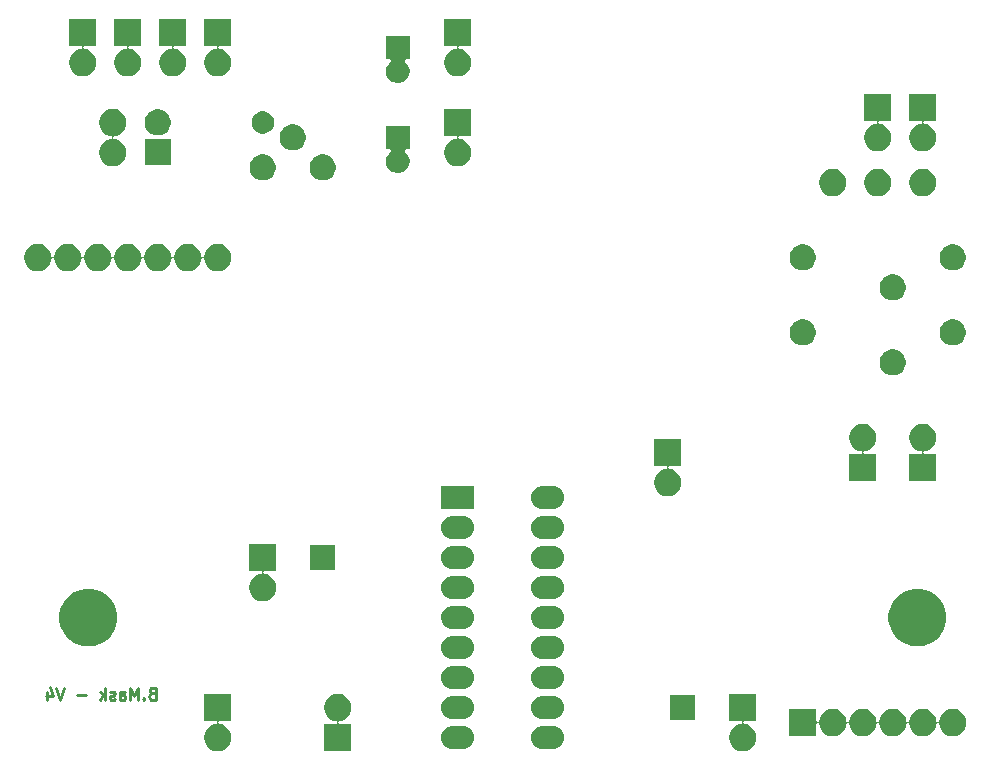
<source format=gbr>
G04 #@! TF.GenerationSoftware,KiCad,Pcbnew,(5.0.2)-1*
G04 #@! TF.CreationDate,2019-01-30T16:57:35+01:00*
G04 #@! TF.ProjectId,LampeSolaire,4c616d70-6553-46f6-9c61-6972652e6b69,4*
G04 #@! TF.SameCoordinates,Original*
G04 #@! TF.FileFunction,Soldermask,Bot*
G04 #@! TF.FilePolarity,Negative*
%FSLAX46Y46*%
G04 Gerber Fmt 4.6, Leading zero omitted, Abs format (unit mm)*
G04 Created by KiCad (PCBNEW (5.0.2)-1) date 30.01.2019 16:57:35*
%MOMM*%
%LPD*%
G01*
G04 APERTURE LIST*
%ADD10C,0.250000*%
%ADD11C,0.100000*%
G04 APERTURE END LIST*
D10*
X70285714Y-106428571D02*
X70142857Y-106476190D01*
X70095238Y-106523809D01*
X70047619Y-106619047D01*
X70047619Y-106761904D01*
X70095238Y-106857142D01*
X70142857Y-106904761D01*
X70238095Y-106952380D01*
X70619047Y-106952380D01*
X70619047Y-105952380D01*
X70285714Y-105952380D01*
X70190476Y-106000000D01*
X70142857Y-106047619D01*
X70095238Y-106142857D01*
X70095238Y-106238095D01*
X70142857Y-106333333D01*
X70190476Y-106380952D01*
X70285714Y-106428571D01*
X70619047Y-106428571D01*
X69619047Y-106857142D02*
X69571428Y-106904761D01*
X69619047Y-106952380D01*
X69666666Y-106904761D01*
X69619047Y-106857142D01*
X69619047Y-106952380D01*
X69142857Y-106952380D02*
X69142857Y-105952380D01*
X68809523Y-106666666D01*
X68476190Y-105952380D01*
X68476190Y-106952380D01*
X67571428Y-106952380D02*
X67571428Y-106428571D01*
X67619047Y-106333333D01*
X67714285Y-106285714D01*
X67904761Y-106285714D01*
X68000000Y-106333333D01*
X67571428Y-106904761D02*
X67666666Y-106952380D01*
X67904761Y-106952380D01*
X68000000Y-106904761D01*
X68047619Y-106809523D01*
X68047619Y-106714285D01*
X68000000Y-106619047D01*
X67904761Y-106571428D01*
X67666666Y-106571428D01*
X67571428Y-106523809D01*
X67142857Y-106904761D02*
X67047619Y-106952380D01*
X66857142Y-106952380D01*
X66761904Y-106904761D01*
X66714285Y-106809523D01*
X66714285Y-106761904D01*
X66761904Y-106666666D01*
X66857142Y-106619047D01*
X67000000Y-106619047D01*
X67095238Y-106571428D01*
X67142857Y-106476190D01*
X67142857Y-106428571D01*
X67095238Y-106333333D01*
X67000000Y-106285714D01*
X66857142Y-106285714D01*
X66761904Y-106333333D01*
X66285714Y-106952380D02*
X66285714Y-105952380D01*
X66190476Y-106571428D02*
X65904761Y-106952380D01*
X65904761Y-106285714D02*
X66285714Y-106666666D01*
X64714285Y-106571428D02*
X63952380Y-106571428D01*
X62857142Y-105952380D02*
X62523809Y-106952380D01*
X62190476Y-105952380D01*
X61428571Y-106285714D02*
X61428571Y-106952380D01*
X61666666Y-105904761D02*
X61904761Y-106619047D01*
X61285714Y-106619047D01*
D11*
G36*
X77020000Y-108770000D02*
X76045850Y-108770000D01*
X76021464Y-108772402D01*
X75998015Y-108779515D01*
X75976404Y-108791066D01*
X75957462Y-108806612D01*
X75941916Y-108825554D01*
X75930365Y-108847165D01*
X75923252Y-108870614D01*
X75920850Y-108895000D01*
X75923252Y-108919386D01*
X75930365Y-108942835D01*
X75941916Y-108964446D01*
X75957462Y-108983388D01*
X75976404Y-108998934D01*
X75998015Y-109010485D01*
X76021463Y-109017598D01*
X76205443Y-109054194D01*
X76414728Y-109140883D01*
X76603085Y-109266739D01*
X76763261Y-109426915D01*
X76889117Y-109615272D01*
X76975806Y-109824557D01*
X77020000Y-110046734D01*
X77020000Y-110273266D01*
X76975806Y-110495443D01*
X76889117Y-110704728D01*
X76763261Y-110893085D01*
X76603085Y-111053261D01*
X76414728Y-111179117D01*
X76205443Y-111265806D01*
X75983266Y-111310000D01*
X75756734Y-111310000D01*
X75534557Y-111265806D01*
X75325272Y-111179117D01*
X75136915Y-111053261D01*
X74976739Y-110893085D01*
X74850883Y-110704728D01*
X74764194Y-110495443D01*
X74720000Y-110273266D01*
X74720000Y-110046734D01*
X74764194Y-109824557D01*
X74850883Y-109615272D01*
X74976739Y-109426915D01*
X75136915Y-109266739D01*
X75325272Y-109140883D01*
X75534557Y-109054194D01*
X75718537Y-109017598D01*
X75741986Y-109010485D01*
X75763597Y-108998934D01*
X75782539Y-108983388D01*
X75798084Y-108964446D01*
X75809635Y-108942835D01*
X75816748Y-108919386D01*
X75819150Y-108895000D01*
X75816748Y-108870613D01*
X75809635Y-108847164D01*
X75798084Y-108825553D01*
X75782538Y-108806611D01*
X75763596Y-108791066D01*
X75741985Y-108779515D01*
X75718536Y-108772402D01*
X75694150Y-108770000D01*
X74720000Y-108770000D01*
X74720000Y-106470000D01*
X77020000Y-106470000D01*
X77020000Y-108770000D01*
X77020000Y-108770000D01*
G37*
G36*
X86365443Y-106514194D02*
X86574728Y-106600883D01*
X86763085Y-106726739D01*
X86923261Y-106886915D01*
X87049117Y-107075272D01*
X87135806Y-107284557D01*
X87180000Y-107506734D01*
X87180000Y-107733266D01*
X87135806Y-107955443D01*
X87049117Y-108164728D01*
X86923261Y-108353085D01*
X86763085Y-108513261D01*
X86574728Y-108639117D01*
X86365443Y-108725806D01*
X86181463Y-108762402D01*
X86158014Y-108769515D01*
X86136403Y-108781066D01*
X86117461Y-108796612D01*
X86101916Y-108815554D01*
X86090365Y-108837165D01*
X86083252Y-108860614D01*
X86080850Y-108885000D01*
X86083252Y-108909387D01*
X86090365Y-108932836D01*
X86101916Y-108954447D01*
X86117462Y-108973389D01*
X86136404Y-108988934D01*
X86158015Y-109000485D01*
X86181464Y-109007598D01*
X86205850Y-109010000D01*
X87180000Y-109010000D01*
X87180000Y-111310000D01*
X84880000Y-111310000D01*
X84880000Y-109010000D01*
X85854150Y-109010000D01*
X85878536Y-109007598D01*
X85901985Y-109000485D01*
X85923596Y-108988934D01*
X85942538Y-108973388D01*
X85958084Y-108954446D01*
X85969635Y-108932835D01*
X85976748Y-108909386D01*
X85979150Y-108885000D01*
X85976748Y-108860614D01*
X85969635Y-108837165D01*
X85958084Y-108815554D01*
X85942538Y-108796612D01*
X85923596Y-108781066D01*
X85901985Y-108769515D01*
X85878537Y-108762402D01*
X85694557Y-108725806D01*
X85485272Y-108639117D01*
X85296915Y-108513261D01*
X85136739Y-108353085D01*
X85010883Y-108164728D01*
X84924194Y-107955443D01*
X84880000Y-107733266D01*
X84880000Y-107506734D01*
X84924194Y-107284557D01*
X85010883Y-107075272D01*
X85136739Y-106886915D01*
X85296915Y-106726739D01*
X85485272Y-106600883D01*
X85694557Y-106514194D01*
X85916734Y-106470000D01*
X86143266Y-106470000D01*
X86365443Y-106514194D01*
X86365443Y-106514194D01*
G37*
G36*
X121470000Y-108770000D02*
X120495850Y-108770000D01*
X120471464Y-108772402D01*
X120448015Y-108779515D01*
X120426404Y-108791066D01*
X120407462Y-108806612D01*
X120391916Y-108825554D01*
X120380365Y-108847165D01*
X120373252Y-108870614D01*
X120370850Y-108895000D01*
X120373252Y-108919386D01*
X120380365Y-108942835D01*
X120391916Y-108964446D01*
X120407462Y-108983388D01*
X120426404Y-108998934D01*
X120448015Y-109010485D01*
X120471463Y-109017598D01*
X120655443Y-109054194D01*
X120864728Y-109140883D01*
X121053085Y-109266739D01*
X121213261Y-109426915D01*
X121339117Y-109615272D01*
X121425806Y-109824557D01*
X121470000Y-110046734D01*
X121470000Y-110273266D01*
X121425806Y-110495443D01*
X121339117Y-110704728D01*
X121213261Y-110893085D01*
X121053085Y-111053261D01*
X120864728Y-111179117D01*
X120655443Y-111265806D01*
X120433266Y-111310000D01*
X120206734Y-111310000D01*
X119984557Y-111265806D01*
X119775272Y-111179117D01*
X119586915Y-111053261D01*
X119426739Y-110893085D01*
X119300883Y-110704728D01*
X119214194Y-110495443D01*
X119170000Y-110273266D01*
X119170000Y-110046734D01*
X119214194Y-109824557D01*
X119300883Y-109615272D01*
X119426739Y-109426915D01*
X119586915Y-109266739D01*
X119775272Y-109140883D01*
X119984557Y-109054194D01*
X120168537Y-109017598D01*
X120191986Y-109010485D01*
X120213597Y-108998934D01*
X120232539Y-108983388D01*
X120248084Y-108964446D01*
X120259635Y-108942835D01*
X120266748Y-108919386D01*
X120269150Y-108895000D01*
X120266748Y-108870613D01*
X120259635Y-108847164D01*
X120248084Y-108825553D01*
X120232538Y-108806611D01*
X120213596Y-108791066D01*
X120191985Y-108779515D01*
X120168536Y-108772402D01*
X120144150Y-108770000D01*
X119170000Y-108770000D01*
X119170000Y-106470000D01*
X121470000Y-106470000D01*
X121470000Y-108770000D01*
X121470000Y-108770000D01*
G37*
G36*
X104406030Y-109174469D02*
X104406033Y-109174470D01*
X104406034Y-109174470D01*
X104594535Y-109231651D01*
X104594537Y-109231652D01*
X104768260Y-109324509D01*
X104920528Y-109449472D01*
X105045491Y-109601740D01*
X105056900Y-109623085D01*
X105138349Y-109775465D01*
X105140714Y-109783263D01*
X105195531Y-109963970D01*
X105214838Y-110160000D01*
X105195531Y-110356030D01*
X105138348Y-110544537D01*
X105045491Y-110718260D01*
X104920528Y-110870528D01*
X104768260Y-110995491D01*
X104768258Y-110995492D01*
X104594535Y-111088349D01*
X104406034Y-111145530D01*
X104406033Y-111145530D01*
X104406030Y-111145531D01*
X104259124Y-111160000D01*
X103360876Y-111160000D01*
X103213970Y-111145531D01*
X103213967Y-111145530D01*
X103213966Y-111145530D01*
X103025465Y-111088349D01*
X102851742Y-110995492D01*
X102851740Y-110995491D01*
X102699472Y-110870528D01*
X102574509Y-110718260D01*
X102481652Y-110544537D01*
X102424469Y-110356030D01*
X102405162Y-110160000D01*
X102424469Y-109963970D01*
X102479286Y-109783263D01*
X102481651Y-109775465D01*
X102563100Y-109623085D01*
X102574509Y-109601740D01*
X102699472Y-109449472D01*
X102851740Y-109324509D01*
X103025463Y-109231652D01*
X103025465Y-109231651D01*
X103213966Y-109174470D01*
X103213967Y-109174470D01*
X103213970Y-109174469D01*
X103360876Y-109160000D01*
X104259124Y-109160000D01*
X104406030Y-109174469D01*
X104406030Y-109174469D01*
G37*
G36*
X96786030Y-109174469D02*
X96786033Y-109174470D01*
X96786034Y-109174470D01*
X96974535Y-109231651D01*
X96974537Y-109231652D01*
X97148260Y-109324509D01*
X97300528Y-109449472D01*
X97425491Y-109601740D01*
X97436900Y-109623085D01*
X97518349Y-109775465D01*
X97520714Y-109783263D01*
X97575531Y-109963970D01*
X97594838Y-110160000D01*
X97575531Y-110356030D01*
X97518348Y-110544537D01*
X97425491Y-110718260D01*
X97300528Y-110870528D01*
X97148260Y-110995491D01*
X97148258Y-110995492D01*
X96974535Y-111088349D01*
X96786034Y-111145530D01*
X96786033Y-111145530D01*
X96786030Y-111145531D01*
X96639124Y-111160000D01*
X95740876Y-111160000D01*
X95593970Y-111145531D01*
X95593967Y-111145530D01*
X95593966Y-111145530D01*
X95405465Y-111088349D01*
X95231742Y-110995492D01*
X95231740Y-110995491D01*
X95079472Y-110870528D01*
X94954509Y-110718260D01*
X94861652Y-110544537D01*
X94804469Y-110356030D01*
X94785162Y-110160000D01*
X94804469Y-109963970D01*
X94859286Y-109783263D01*
X94861651Y-109775465D01*
X94943100Y-109623085D01*
X94954509Y-109601740D01*
X95079472Y-109449472D01*
X95231740Y-109324509D01*
X95405463Y-109231652D01*
X95405465Y-109231651D01*
X95593966Y-109174470D01*
X95593967Y-109174470D01*
X95593970Y-109174469D01*
X95740876Y-109160000D01*
X96639124Y-109160000D01*
X96786030Y-109174469D01*
X96786030Y-109174469D01*
G37*
G36*
X126550000Y-108714150D02*
X126552402Y-108738536D01*
X126559515Y-108761985D01*
X126571066Y-108783596D01*
X126586612Y-108802538D01*
X126605554Y-108818084D01*
X126627165Y-108829635D01*
X126650614Y-108836748D01*
X126675000Y-108839150D01*
X126699386Y-108836748D01*
X126722835Y-108829635D01*
X126744446Y-108818084D01*
X126763388Y-108802538D01*
X126778934Y-108783596D01*
X126790485Y-108761985D01*
X126797598Y-108738537D01*
X126834194Y-108554557D01*
X126920883Y-108345272D01*
X127046739Y-108156915D01*
X127206915Y-107996739D01*
X127395272Y-107870883D01*
X127604557Y-107784194D01*
X127826734Y-107740000D01*
X128053266Y-107740000D01*
X128275443Y-107784194D01*
X128484728Y-107870883D01*
X128673085Y-107996739D01*
X128833261Y-108156915D01*
X128959117Y-108345272D01*
X128962353Y-108353085D01*
X129043235Y-108548349D01*
X129045806Y-108554558D01*
X129087402Y-108763673D01*
X129094515Y-108787123D01*
X129106066Y-108808733D01*
X129121612Y-108827675D01*
X129140554Y-108843221D01*
X129162165Y-108854772D01*
X129185614Y-108861885D01*
X129210000Y-108864287D01*
X129234386Y-108861885D01*
X129257836Y-108854772D01*
X129279446Y-108843221D01*
X129298388Y-108827675D01*
X129313934Y-108808733D01*
X129325485Y-108787122D01*
X129332598Y-108763673D01*
X129374194Y-108554558D01*
X129376766Y-108548349D01*
X129457647Y-108353085D01*
X129460883Y-108345272D01*
X129586739Y-108156915D01*
X129746915Y-107996739D01*
X129935272Y-107870883D01*
X130144557Y-107784194D01*
X130366734Y-107740000D01*
X130593266Y-107740000D01*
X130815443Y-107784194D01*
X131024728Y-107870883D01*
X131213085Y-107996739D01*
X131373261Y-108156915D01*
X131499117Y-108345272D01*
X131502353Y-108353085D01*
X131583235Y-108548349D01*
X131585806Y-108554558D01*
X131627402Y-108763673D01*
X131634515Y-108787123D01*
X131646066Y-108808733D01*
X131661612Y-108827675D01*
X131680554Y-108843221D01*
X131702165Y-108854772D01*
X131725614Y-108861885D01*
X131750000Y-108864287D01*
X131774386Y-108861885D01*
X131797836Y-108854772D01*
X131819446Y-108843221D01*
X131838388Y-108827675D01*
X131853934Y-108808733D01*
X131865485Y-108787122D01*
X131872598Y-108763673D01*
X131914194Y-108554558D01*
X131916766Y-108548349D01*
X131997647Y-108353085D01*
X132000883Y-108345272D01*
X132126739Y-108156915D01*
X132286915Y-107996739D01*
X132475272Y-107870883D01*
X132684557Y-107784194D01*
X132906734Y-107740000D01*
X133133266Y-107740000D01*
X133355443Y-107784194D01*
X133564728Y-107870883D01*
X133753085Y-107996739D01*
X133913261Y-108156915D01*
X134039117Y-108345272D01*
X134042353Y-108353085D01*
X134123235Y-108548349D01*
X134125806Y-108554558D01*
X134167402Y-108763673D01*
X134174515Y-108787123D01*
X134186066Y-108808733D01*
X134201612Y-108827675D01*
X134220554Y-108843221D01*
X134242165Y-108854772D01*
X134265614Y-108861885D01*
X134290000Y-108864287D01*
X134314386Y-108861885D01*
X134337836Y-108854772D01*
X134359446Y-108843221D01*
X134378388Y-108827675D01*
X134393934Y-108808733D01*
X134405485Y-108787122D01*
X134412598Y-108763673D01*
X134454194Y-108554558D01*
X134456766Y-108548349D01*
X134537647Y-108353085D01*
X134540883Y-108345272D01*
X134666739Y-108156915D01*
X134826915Y-107996739D01*
X135015272Y-107870883D01*
X135224557Y-107784194D01*
X135446734Y-107740000D01*
X135673266Y-107740000D01*
X135895443Y-107784194D01*
X136104728Y-107870883D01*
X136293085Y-107996739D01*
X136453261Y-108156915D01*
X136579117Y-108345272D01*
X136582353Y-108353085D01*
X136663235Y-108548349D01*
X136665806Y-108554558D01*
X136707402Y-108763673D01*
X136714515Y-108787123D01*
X136726066Y-108808733D01*
X136741612Y-108827675D01*
X136760554Y-108843221D01*
X136782165Y-108854772D01*
X136805614Y-108861885D01*
X136830000Y-108864287D01*
X136854386Y-108861885D01*
X136877836Y-108854772D01*
X136899446Y-108843221D01*
X136918388Y-108827675D01*
X136933934Y-108808733D01*
X136945485Y-108787122D01*
X136952598Y-108763673D01*
X136994194Y-108554558D01*
X136996766Y-108548349D01*
X137077647Y-108353085D01*
X137080883Y-108345272D01*
X137206739Y-108156915D01*
X137366915Y-107996739D01*
X137555272Y-107870883D01*
X137764557Y-107784194D01*
X137986734Y-107740000D01*
X138213266Y-107740000D01*
X138435443Y-107784194D01*
X138644728Y-107870883D01*
X138833085Y-107996739D01*
X138993261Y-108156915D01*
X139119117Y-108345272D01*
X139205806Y-108554557D01*
X139250000Y-108776734D01*
X139250000Y-109003266D01*
X139205806Y-109225443D01*
X139119117Y-109434728D01*
X138993261Y-109623085D01*
X138833085Y-109783261D01*
X138644728Y-109909117D01*
X138435443Y-109995806D01*
X138213266Y-110040000D01*
X137986734Y-110040000D01*
X137764557Y-109995806D01*
X137555272Y-109909117D01*
X137366915Y-109783261D01*
X137206739Y-109623085D01*
X137080883Y-109434728D01*
X136996766Y-109231652D01*
X136994194Y-109225443D01*
X136952598Y-109016327D01*
X136945485Y-108992877D01*
X136933934Y-108971267D01*
X136918388Y-108952325D01*
X136899446Y-108936779D01*
X136877835Y-108925228D01*
X136854386Y-108918115D01*
X136830000Y-108915713D01*
X136805614Y-108918115D01*
X136782164Y-108925228D01*
X136760554Y-108936779D01*
X136741612Y-108952325D01*
X136726066Y-108971267D01*
X136714515Y-108992878D01*
X136707402Y-109016327D01*
X136665806Y-109225443D01*
X136663234Y-109231652D01*
X136579117Y-109434728D01*
X136453261Y-109623085D01*
X136293085Y-109783261D01*
X136104728Y-109909117D01*
X135895443Y-109995806D01*
X135673266Y-110040000D01*
X135446734Y-110040000D01*
X135224557Y-109995806D01*
X135015272Y-109909117D01*
X134826915Y-109783261D01*
X134666739Y-109623085D01*
X134540883Y-109434728D01*
X134456766Y-109231652D01*
X134454194Y-109225443D01*
X134412598Y-109016327D01*
X134405485Y-108992877D01*
X134393934Y-108971267D01*
X134378388Y-108952325D01*
X134359446Y-108936779D01*
X134337835Y-108925228D01*
X134314386Y-108918115D01*
X134290000Y-108915713D01*
X134265614Y-108918115D01*
X134242164Y-108925228D01*
X134220554Y-108936779D01*
X134201612Y-108952325D01*
X134186066Y-108971267D01*
X134174515Y-108992878D01*
X134167402Y-109016327D01*
X134125806Y-109225443D01*
X134123234Y-109231652D01*
X134039117Y-109434728D01*
X133913261Y-109623085D01*
X133753085Y-109783261D01*
X133564728Y-109909117D01*
X133355443Y-109995806D01*
X133133266Y-110040000D01*
X132906734Y-110040000D01*
X132684557Y-109995806D01*
X132475272Y-109909117D01*
X132286915Y-109783261D01*
X132126739Y-109623085D01*
X132000883Y-109434728D01*
X131916766Y-109231652D01*
X131914194Y-109225443D01*
X131872598Y-109016327D01*
X131865485Y-108992877D01*
X131853934Y-108971267D01*
X131838388Y-108952325D01*
X131819446Y-108936779D01*
X131797835Y-108925228D01*
X131774386Y-108918115D01*
X131750000Y-108915713D01*
X131725614Y-108918115D01*
X131702164Y-108925228D01*
X131680554Y-108936779D01*
X131661612Y-108952325D01*
X131646066Y-108971267D01*
X131634515Y-108992878D01*
X131627402Y-109016327D01*
X131585806Y-109225443D01*
X131583234Y-109231652D01*
X131499117Y-109434728D01*
X131373261Y-109623085D01*
X131213085Y-109783261D01*
X131024728Y-109909117D01*
X130815443Y-109995806D01*
X130593266Y-110040000D01*
X130366734Y-110040000D01*
X130144557Y-109995806D01*
X129935272Y-109909117D01*
X129746915Y-109783261D01*
X129586739Y-109623085D01*
X129460883Y-109434728D01*
X129376766Y-109231652D01*
X129374194Y-109225443D01*
X129332598Y-109016327D01*
X129325485Y-108992877D01*
X129313934Y-108971267D01*
X129298388Y-108952325D01*
X129279446Y-108936779D01*
X129257835Y-108925228D01*
X129234386Y-108918115D01*
X129210000Y-108915713D01*
X129185614Y-108918115D01*
X129162164Y-108925228D01*
X129140554Y-108936779D01*
X129121612Y-108952325D01*
X129106066Y-108971267D01*
X129094515Y-108992878D01*
X129087402Y-109016327D01*
X129045806Y-109225443D01*
X129043234Y-109231652D01*
X128959117Y-109434728D01*
X128833261Y-109623085D01*
X128673085Y-109783261D01*
X128484728Y-109909117D01*
X128275443Y-109995806D01*
X128053266Y-110040000D01*
X127826734Y-110040000D01*
X127604557Y-109995806D01*
X127395272Y-109909117D01*
X127206915Y-109783261D01*
X127046739Y-109623085D01*
X126920883Y-109434728D01*
X126834194Y-109225443D01*
X126797598Y-109041463D01*
X126790485Y-109018014D01*
X126778934Y-108996403D01*
X126763388Y-108977461D01*
X126744446Y-108961916D01*
X126722835Y-108950365D01*
X126699386Y-108943252D01*
X126675000Y-108940850D01*
X126650613Y-108943252D01*
X126627164Y-108950365D01*
X126605553Y-108961916D01*
X126586611Y-108977462D01*
X126571066Y-108996404D01*
X126559515Y-109018015D01*
X126552402Y-109041464D01*
X126550000Y-109065850D01*
X126550000Y-110040000D01*
X124250000Y-110040000D01*
X124250000Y-107740000D01*
X126550000Y-107740000D01*
X126550000Y-108714150D01*
X126550000Y-108714150D01*
G37*
G36*
X116290000Y-108670000D02*
X114190000Y-108670000D01*
X114190000Y-106570000D01*
X116290000Y-106570000D01*
X116290000Y-108670000D01*
X116290000Y-108670000D01*
G37*
G36*
X104406030Y-106634469D02*
X104406033Y-106634470D01*
X104406034Y-106634470D01*
X104594535Y-106691651D01*
X104594537Y-106691652D01*
X104768260Y-106784509D01*
X104920528Y-106909472D01*
X105045491Y-107061740D01*
X105138348Y-107235463D01*
X105195531Y-107423970D01*
X105214838Y-107620000D01*
X105195531Y-107816030D01*
X105195530Y-107816033D01*
X105195530Y-107816034D01*
X105140714Y-107996739D01*
X105138348Y-108004537D01*
X105045491Y-108178260D01*
X104920528Y-108330528D01*
X104768260Y-108455491D01*
X104768258Y-108455492D01*
X104594535Y-108548349D01*
X104406034Y-108605530D01*
X104406033Y-108605530D01*
X104406030Y-108605531D01*
X104259124Y-108620000D01*
X103360876Y-108620000D01*
X103213970Y-108605531D01*
X103213967Y-108605530D01*
X103213966Y-108605530D01*
X103025465Y-108548349D01*
X102851742Y-108455492D01*
X102851740Y-108455491D01*
X102699472Y-108330528D01*
X102574509Y-108178260D01*
X102481652Y-108004537D01*
X102479287Y-107996739D01*
X102424470Y-107816034D01*
X102424470Y-107816033D01*
X102424469Y-107816030D01*
X102405162Y-107620000D01*
X102424469Y-107423970D01*
X102481652Y-107235463D01*
X102574509Y-107061740D01*
X102699472Y-106909472D01*
X102851740Y-106784509D01*
X103025463Y-106691652D01*
X103025465Y-106691651D01*
X103213966Y-106634470D01*
X103213967Y-106634470D01*
X103213970Y-106634469D01*
X103360876Y-106620000D01*
X104259124Y-106620000D01*
X104406030Y-106634469D01*
X104406030Y-106634469D01*
G37*
G36*
X96786030Y-106634469D02*
X96786033Y-106634470D01*
X96786034Y-106634470D01*
X96974535Y-106691651D01*
X96974537Y-106691652D01*
X97148260Y-106784509D01*
X97300528Y-106909472D01*
X97425491Y-107061740D01*
X97518348Y-107235463D01*
X97575531Y-107423970D01*
X97594838Y-107620000D01*
X97575531Y-107816030D01*
X97575530Y-107816033D01*
X97575530Y-107816034D01*
X97520714Y-107996739D01*
X97518348Y-108004537D01*
X97425491Y-108178260D01*
X97300528Y-108330528D01*
X97148260Y-108455491D01*
X97148258Y-108455492D01*
X96974535Y-108548349D01*
X96786034Y-108605530D01*
X96786033Y-108605530D01*
X96786030Y-108605531D01*
X96639124Y-108620000D01*
X95740876Y-108620000D01*
X95593970Y-108605531D01*
X95593967Y-108605530D01*
X95593966Y-108605530D01*
X95405465Y-108548349D01*
X95231742Y-108455492D01*
X95231740Y-108455491D01*
X95079472Y-108330528D01*
X94954509Y-108178260D01*
X94861652Y-108004537D01*
X94859287Y-107996739D01*
X94804470Y-107816034D01*
X94804470Y-107816033D01*
X94804469Y-107816030D01*
X94785162Y-107620000D01*
X94804469Y-107423970D01*
X94861652Y-107235463D01*
X94954509Y-107061740D01*
X95079472Y-106909472D01*
X95231740Y-106784509D01*
X95405463Y-106691652D01*
X95405465Y-106691651D01*
X95593966Y-106634470D01*
X95593967Y-106634470D01*
X95593970Y-106634469D01*
X95740876Y-106620000D01*
X96639124Y-106620000D01*
X96786030Y-106634469D01*
X96786030Y-106634469D01*
G37*
G36*
X104406030Y-104094469D02*
X104406033Y-104094470D01*
X104406034Y-104094470D01*
X104594535Y-104151651D01*
X104594537Y-104151652D01*
X104768260Y-104244509D01*
X104920528Y-104369472D01*
X105045491Y-104521740D01*
X105138348Y-104695463D01*
X105195531Y-104883970D01*
X105214838Y-105080000D01*
X105195531Y-105276030D01*
X105138348Y-105464537D01*
X105045491Y-105638260D01*
X104920528Y-105790528D01*
X104768260Y-105915491D01*
X104768258Y-105915492D01*
X104594535Y-106008349D01*
X104406034Y-106065530D01*
X104406033Y-106065530D01*
X104406030Y-106065531D01*
X104259124Y-106080000D01*
X103360876Y-106080000D01*
X103213970Y-106065531D01*
X103213967Y-106065530D01*
X103213966Y-106065530D01*
X103025465Y-106008349D01*
X102851742Y-105915492D01*
X102851740Y-105915491D01*
X102699472Y-105790528D01*
X102574509Y-105638260D01*
X102481652Y-105464537D01*
X102424469Y-105276030D01*
X102405162Y-105080000D01*
X102424469Y-104883970D01*
X102481652Y-104695463D01*
X102574509Y-104521740D01*
X102699472Y-104369472D01*
X102851740Y-104244509D01*
X103025463Y-104151652D01*
X103025465Y-104151651D01*
X103213966Y-104094470D01*
X103213967Y-104094470D01*
X103213970Y-104094469D01*
X103360876Y-104080000D01*
X104259124Y-104080000D01*
X104406030Y-104094469D01*
X104406030Y-104094469D01*
G37*
G36*
X96786030Y-104094469D02*
X96786033Y-104094470D01*
X96786034Y-104094470D01*
X96974535Y-104151651D01*
X96974537Y-104151652D01*
X97148260Y-104244509D01*
X97300528Y-104369472D01*
X97425491Y-104521740D01*
X97518348Y-104695463D01*
X97575531Y-104883970D01*
X97594838Y-105080000D01*
X97575531Y-105276030D01*
X97518348Y-105464537D01*
X97425491Y-105638260D01*
X97300528Y-105790528D01*
X97148260Y-105915491D01*
X97148258Y-105915492D01*
X96974535Y-106008349D01*
X96786034Y-106065530D01*
X96786033Y-106065530D01*
X96786030Y-106065531D01*
X96639124Y-106080000D01*
X95740876Y-106080000D01*
X95593970Y-106065531D01*
X95593967Y-106065530D01*
X95593966Y-106065530D01*
X95405465Y-106008349D01*
X95231742Y-105915492D01*
X95231740Y-105915491D01*
X95079472Y-105790528D01*
X94954509Y-105638260D01*
X94861652Y-105464537D01*
X94804469Y-105276030D01*
X94785162Y-105080000D01*
X94804469Y-104883970D01*
X94861652Y-104695463D01*
X94954509Y-104521740D01*
X95079472Y-104369472D01*
X95231740Y-104244509D01*
X95405463Y-104151652D01*
X95405465Y-104151651D01*
X95593966Y-104094470D01*
X95593967Y-104094470D01*
X95593970Y-104094469D01*
X95740876Y-104080000D01*
X96639124Y-104080000D01*
X96786030Y-104094469D01*
X96786030Y-104094469D01*
G37*
G36*
X96786030Y-101554469D02*
X96786033Y-101554470D01*
X96786034Y-101554470D01*
X96974535Y-101611651D01*
X96974537Y-101611652D01*
X97148260Y-101704509D01*
X97300528Y-101829472D01*
X97425491Y-101981740D01*
X97425492Y-101981742D01*
X97518349Y-102155465D01*
X97575530Y-102343966D01*
X97575531Y-102343970D01*
X97594838Y-102540000D01*
X97575531Y-102736030D01*
X97518348Y-102924537D01*
X97425491Y-103098260D01*
X97300528Y-103250528D01*
X97148260Y-103375491D01*
X97148258Y-103375492D01*
X96974535Y-103468349D01*
X96786034Y-103525530D01*
X96786033Y-103525530D01*
X96786030Y-103525531D01*
X96639124Y-103540000D01*
X95740876Y-103540000D01*
X95593970Y-103525531D01*
X95593967Y-103525530D01*
X95593966Y-103525530D01*
X95405465Y-103468349D01*
X95231742Y-103375492D01*
X95231740Y-103375491D01*
X95079472Y-103250528D01*
X94954509Y-103098260D01*
X94861652Y-102924537D01*
X94804469Y-102736030D01*
X94785162Y-102540000D01*
X94804469Y-102343970D01*
X94804470Y-102343966D01*
X94861651Y-102155465D01*
X94954508Y-101981742D01*
X94954509Y-101981740D01*
X95079472Y-101829472D01*
X95231740Y-101704509D01*
X95405463Y-101611652D01*
X95405465Y-101611651D01*
X95593966Y-101554470D01*
X95593967Y-101554470D01*
X95593970Y-101554469D01*
X95740876Y-101540000D01*
X96639124Y-101540000D01*
X96786030Y-101554469D01*
X96786030Y-101554469D01*
G37*
G36*
X104406030Y-101554469D02*
X104406033Y-101554470D01*
X104406034Y-101554470D01*
X104594535Y-101611651D01*
X104594537Y-101611652D01*
X104768260Y-101704509D01*
X104920528Y-101829472D01*
X105045491Y-101981740D01*
X105045492Y-101981742D01*
X105138349Y-102155465D01*
X105195530Y-102343966D01*
X105195531Y-102343970D01*
X105214838Y-102540000D01*
X105195531Y-102736030D01*
X105138348Y-102924537D01*
X105045491Y-103098260D01*
X104920528Y-103250528D01*
X104768260Y-103375491D01*
X104768258Y-103375492D01*
X104594535Y-103468349D01*
X104406034Y-103525530D01*
X104406033Y-103525530D01*
X104406030Y-103525531D01*
X104259124Y-103540000D01*
X103360876Y-103540000D01*
X103213970Y-103525531D01*
X103213967Y-103525530D01*
X103213966Y-103525530D01*
X103025465Y-103468349D01*
X102851742Y-103375492D01*
X102851740Y-103375491D01*
X102699472Y-103250528D01*
X102574509Y-103098260D01*
X102481652Y-102924537D01*
X102424469Y-102736030D01*
X102405162Y-102540000D01*
X102424469Y-102343970D01*
X102424470Y-102343966D01*
X102481651Y-102155465D01*
X102574508Y-101981742D01*
X102574509Y-101981740D01*
X102699472Y-101829472D01*
X102851740Y-101704509D01*
X103025463Y-101611652D01*
X103025465Y-101611651D01*
X103213966Y-101554470D01*
X103213967Y-101554470D01*
X103213970Y-101554469D01*
X103360876Y-101540000D01*
X104259124Y-101540000D01*
X104406030Y-101554469D01*
X104406030Y-101554469D01*
G37*
G36*
X135814639Y-97644152D02*
X136260510Y-97828838D01*
X136661784Y-98096960D01*
X137003040Y-98438216D01*
X137271162Y-98839490D01*
X137455848Y-99285361D01*
X137550000Y-99758696D01*
X137550000Y-100241304D01*
X137455848Y-100714639D01*
X137271162Y-101160510D01*
X137003040Y-101561784D01*
X136661784Y-101903040D01*
X136260510Y-102171162D01*
X135814639Y-102355848D01*
X135577971Y-102402924D01*
X135341305Y-102450000D01*
X134858695Y-102450000D01*
X134622029Y-102402924D01*
X134385361Y-102355848D01*
X133939490Y-102171162D01*
X133538216Y-101903040D01*
X133196960Y-101561784D01*
X132928838Y-101160510D01*
X132744152Y-100714639D01*
X132650000Y-100241304D01*
X132650000Y-99758696D01*
X132744152Y-99285361D01*
X132928838Y-98839490D01*
X133196960Y-98438216D01*
X133538216Y-98096960D01*
X133939490Y-97828838D01*
X134385361Y-97644152D01*
X134858695Y-97550000D01*
X135341305Y-97550000D01*
X135814639Y-97644152D01*
X135814639Y-97644152D01*
G37*
G36*
X65614639Y-97644152D02*
X66060510Y-97828838D01*
X66461784Y-98096960D01*
X66803040Y-98438216D01*
X67071162Y-98839490D01*
X67255848Y-99285361D01*
X67350000Y-99758696D01*
X67350000Y-100241304D01*
X67255848Y-100714639D01*
X67071162Y-101160510D01*
X66803040Y-101561784D01*
X66461784Y-101903040D01*
X66060510Y-102171162D01*
X65614639Y-102355848D01*
X65377971Y-102402924D01*
X65141305Y-102450000D01*
X64658695Y-102450000D01*
X64422029Y-102402924D01*
X64185361Y-102355848D01*
X63739490Y-102171162D01*
X63338216Y-101903040D01*
X62996960Y-101561784D01*
X62728838Y-101160510D01*
X62544152Y-100714639D01*
X62450000Y-100241304D01*
X62450000Y-99758696D01*
X62544152Y-99285361D01*
X62728838Y-98839490D01*
X62996960Y-98438216D01*
X63338216Y-98096960D01*
X63739490Y-97828838D01*
X64185361Y-97644152D01*
X64658695Y-97550000D01*
X65141305Y-97550000D01*
X65614639Y-97644152D01*
X65614639Y-97644152D01*
G37*
G36*
X104406030Y-99014469D02*
X104406033Y-99014470D01*
X104406034Y-99014470D01*
X104594535Y-99071651D01*
X104594537Y-99071652D01*
X104768260Y-99164509D01*
X104920528Y-99289472D01*
X105045491Y-99441740D01*
X105045492Y-99441742D01*
X105138349Y-99615465D01*
X105195530Y-99803966D01*
X105195531Y-99803970D01*
X105214838Y-100000000D01*
X105195531Y-100196030D01*
X105195530Y-100196033D01*
X105195530Y-100196034D01*
X105181798Y-100241304D01*
X105138348Y-100384537D01*
X105045491Y-100558260D01*
X104920528Y-100710528D01*
X104768260Y-100835491D01*
X104768258Y-100835492D01*
X104594535Y-100928349D01*
X104406034Y-100985530D01*
X104406033Y-100985530D01*
X104406030Y-100985531D01*
X104259124Y-101000000D01*
X103360876Y-101000000D01*
X103213970Y-100985531D01*
X103213967Y-100985530D01*
X103213966Y-100985530D01*
X103025465Y-100928349D01*
X102851742Y-100835492D01*
X102851740Y-100835491D01*
X102699472Y-100710528D01*
X102574509Y-100558260D01*
X102481652Y-100384537D01*
X102438203Y-100241304D01*
X102424470Y-100196034D01*
X102424470Y-100196033D01*
X102424469Y-100196030D01*
X102405162Y-100000000D01*
X102424469Y-99803970D01*
X102424470Y-99803966D01*
X102481651Y-99615465D01*
X102574508Y-99441742D01*
X102574509Y-99441740D01*
X102699472Y-99289472D01*
X102851740Y-99164509D01*
X103025463Y-99071652D01*
X103025465Y-99071651D01*
X103213966Y-99014470D01*
X103213967Y-99014470D01*
X103213970Y-99014469D01*
X103360876Y-99000000D01*
X104259124Y-99000000D01*
X104406030Y-99014469D01*
X104406030Y-99014469D01*
G37*
G36*
X96786030Y-99014469D02*
X96786033Y-99014470D01*
X96786034Y-99014470D01*
X96974535Y-99071651D01*
X96974537Y-99071652D01*
X97148260Y-99164509D01*
X97300528Y-99289472D01*
X97425491Y-99441740D01*
X97425492Y-99441742D01*
X97518349Y-99615465D01*
X97575530Y-99803966D01*
X97575531Y-99803970D01*
X97594838Y-100000000D01*
X97575531Y-100196030D01*
X97575530Y-100196033D01*
X97575530Y-100196034D01*
X97561798Y-100241304D01*
X97518348Y-100384537D01*
X97425491Y-100558260D01*
X97300528Y-100710528D01*
X97148260Y-100835491D01*
X97148258Y-100835492D01*
X96974535Y-100928349D01*
X96786034Y-100985530D01*
X96786033Y-100985530D01*
X96786030Y-100985531D01*
X96639124Y-101000000D01*
X95740876Y-101000000D01*
X95593970Y-100985531D01*
X95593967Y-100985530D01*
X95593966Y-100985530D01*
X95405465Y-100928349D01*
X95231742Y-100835492D01*
X95231740Y-100835491D01*
X95079472Y-100710528D01*
X94954509Y-100558260D01*
X94861652Y-100384537D01*
X94818203Y-100241304D01*
X94804470Y-100196034D01*
X94804470Y-100196033D01*
X94804469Y-100196030D01*
X94785162Y-100000000D01*
X94804469Y-99803970D01*
X94804470Y-99803966D01*
X94861651Y-99615465D01*
X94954508Y-99441742D01*
X94954509Y-99441740D01*
X95079472Y-99289472D01*
X95231740Y-99164509D01*
X95405463Y-99071652D01*
X95405465Y-99071651D01*
X95593966Y-99014470D01*
X95593967Y-99014470D01*
X95593970Y-99014469D01*
X95740876Y-99000000D01*
X96639124Y-99000000D01*
X96786030Y-99014469D01*
X96786030Y-99014469D01*
G37*
G36*
X80830000Y-96070000D02*
X79855850Y-96070000D01*
X79831464Y-96072402D01*
X79808015Y-96079515D01*
X79786404Y-96091066D01*
X79767462Y-96106612D01*
X79751916Y-96125554D01*
X79740365Y-96147165D01*
X79733252Y-96170614D01*
X79730850Y-96195000D01*
X79733252Y-96219386D01*
X79740365Y-96242835D01*
X79751916Y-96264446D01*
X79767462Y-96283388D01*
X79786404Y-96298934D01*
X79808015Y-96310485D01*
X79831463Y-96317598D01*
X80015443Y-96354194D01*
X80224728Y-96440883D01*
X80413085Y-96566739D01*
X80573261Y-96726915D01*
X80699117Y-96915272D01*
X80785806Y-97124557D01*
X80830000Y-97346734D01*
X80830000Y-97573266D01*
X80785806Y-97795443D01*
X80699117Y-98004728D01*
X80573261Y-98193085D01*
X80413085Y-98353261D01*
X80224728Y-98479117D01*
X80015443Y-98565806D01*
X79793266Y-98610000D01*
X79566734Y-98610000D01*
X79344557Y-98565806D01*
X79135272Y-98479117D01*
X78946915Y-98353261D01*
X78786739Y-98193085D01*
X78660883Y-98004728D01*
X78574194Y-97795443D01*
X78530000Y-97573266D01*
X78530000Y-97346734D01*
X78574194Y-97124557D01*
X78660883Y-96915272D01*
X78786739Y-96726915D01*
X78946915Y-96566739D01*
X79135272Y-96440883D01*
X79344557Y-96354194D01*
X79528537Y-96317598D01*
X79551986Y-96310485D01*
X79573597Y-96298934D01*
X79592539Y-96283388D01*
X79608084Y-96264446D01*
X79619635Y-96242835D01*
X79626748Y-96219386D01*
X79629150Y-96195000D01*
X79626748Y-96170613D01*
X79619635Y-96147164D01*
X79608084Y-96125553D01*
X79592538Y-96106611D01*
X79573596Y-96091066D01*
X79551985Y-96079515D01*
X79528536Y-96072402D01*
X79504150Y-96070000D01*
X78530000Y-96070000D01*
X78530000Y-93770000D01*
X80830000Y-93770000D01*
X80830000Y-96070000D01*
X80830000Y-96070000D01*
G37*
G36*
X96786030Y-96474469D02*
X96786033Y-96474470D01*
X96786034Y-96474470D01*
X96974535Y-96531651D01*
X96974537Y-96531652D01*
X97148260Y-96624509D01*
X97300528Y-96749472D01*
X97425491Y-96901740D01*
X97518348Y-97075463D01*
X97575531Y-97263970D01*
X97594838Y-97460000D01*
X97575531Y-97656030D01*
X97575530Y-97656033D01*
X97575530Y-97656034D01*
X97523111Y-97828838D01*
X97518348Y-97844537D01*
X97425491Y-98018260D01*
X97300528Y-98170528D01*
X97148260Y-98295491D01*
X97148258Y-98295492D01*
X96974535Y-98388349D01*
X96786034Y-98445530D01*
X96786033Y-98445530D01*
X96786030Y-98445531D01*
X96639124Y-98460000D01*
X95740876Y-98460000D01*
X95593970Y-98445531D01*
X95593967Y-98445530D01*
X95593966Y-98445530D01*
X95405465Y-98388349D01*
X95231742Y-98295492D01*
X95231740Y-98295491D01*
X95079472Y-98170528D01*
X94954509Y-98018260D01*
X94861652Y-97844537D01*
X94856890Y-97828838D01*
X94804470Y-97656034D01*
X94804470Y-97656033D01*
X94804469Y-97656030D01*
X94785162Y-97460000D01*
X94804469Y-97263970D01*
X94861652Y-97075463D01*
X94954509Y-96901740D01*
X95079472Y-96749472D01*
X95231740Y-96624509D01*
X95405463Y-96531652D01*
X95405465Y-96531651D01*
X95593966Y-96474470D01*
X95593967Y-96474470D01*
X95593970Y-96474469D01*
X95740876Y-96460000D01*
X96639124Y-96460000D01*
X96786030Y-96474469D01*
X96786030Y-96474469D01*
G37*
G36*
X104406030Y-96474469D02*
X104406033Y-96474470D01*
X104406034Y-96474470D01*
X104594535Y-96531651D01*
X104594537Y-96531652D01*
X104768260Y-96624509D01*
X104920528Y-96749472D01*
X105045491Y-96901740D01*
X105138348Y-97075463D01*
X105195531Y-97263970D01*
X105214838Y-97460000D01*
X105195531Y-97656030D01*
X105195530Y-97656033D01*
X105195530Y-97656034D01*
X105143111Y-97828838D01*
X105138348Y-97844537D01*
X105045491Y-98018260D01*
X104920528Y-98170528D01*
X104768260Y-98295491D01*
X104768258Y-98295492D01*
X104594535Y-98388349D01*
X104406034Y-98445530D01*
X104406033Y-98445530D01*
X104406030Y-98445531D01*
X104259124Y-98460000D01*
X103360876Y-98460000D01*
X103213970Y-98445531D01*
X103213967Y-98445530D01*
X103213966Y-98445530D01*
X103025465Y-98388349D01*
X102851742Y-98295492D01*
X102851740Y-98295491D01*
X102699472Y-98170528D01*
X102574509Y-98018260D01*
X102481652Y-97844537D01*
X102476890Y-97828838D01*
X102424470Y-97656034D01*
X102424470Y-97656033D01*
X102424469Y-97656030D01*
X102405162Y-97460000D01*
X102424469Y-97263970D01*
X102481652Y-97075463D01*
X102574509Y-96901740D01*
X102699472Y-96749472D01*
X102851740Y-96624509D01*
X103025463Y-96531652D01*
X103025465Y-96531651D01*
X103213966Y-96474470D01*
X103213967Y-96474470D01*
X103213970Y-96474469D01*
X103360876Y-96460000D01*
X104259124Y-96460000D01*
X104406030Y-96474469D01*
X104406030Y-96474469D01*
G37*
G36*
X85810000Y-95970000D02*
X83710000Y-95970000D01*
X83710000Y-93870000D01*
X85810000Y-93870000D01*
X85810000Y-95970000D01*
X85810000Y-95970000D01*
G37*
G36*
X104406030Y-93934469D02*
X104406033Y-93934470D01*
X104406034Y-93934470D01*
X104594535Y-93991651D01*
X104594537Y-93991652D01*
X104768260Y-94084509D01*
X104920528Y-94209472D01*
X105045491Y-94361740D01*
X105138348Y-94535463D01*
X105195531Y-94723970D01*
X105214838Y-94920000D01*
X105195531Y-95116030D01*
X105138348Y-95304537D01*
X105045491Y-95478260D01*
X104920528Y-95630528D01*
X104768260Y-95755491D01*
X104768258Y-95755492D01*
X104594535Y-95848349D01*
X104406034Y-95905530D01*
X104406033Y-95905530D01*
X104406030Y-95905531D01*
X104259124Y-95920000D01*
X103360876Y-95920000D01*
X103213970Y-95905531D01*
X103213967Y-95905530D01*
X103213966Y-95905530D01*
X103025465Y-95848349D01*
X102851742Y-95755492D01*
X102851740Y-95755491D01*
X102699472Y-95630528D01*
X102574509Y-95478260D01*
X102481652Y-95304537D01*
X102424469Y-95116030D01*
X102405162Y-94920000D01*
X102424469Y-94723970D01*
X102481652Y-94535463D01*
X102574509Y-94361740D01*
X102699472Y-94209472D01*
X102851740Y-94084509D01*
X103025463Y-93991652D01*
X103025465Y-93991651D01*
X103213966Y-93934470D01*
X103213967Y-93934470D01*
X103213970Y-93934469D01*
X103360876Y-93920000D01*
X104259124Y-93920000D01*
X104406030Y-93934469D01*
X104406030Y-93934469D01*
G37*
G36*
X96786030Y-93934469D02*
X96786033Y-93934470D01*
X96786034Y-93934470D01*
X96974535Y-93991651D01*
X96974537Y-93991652D01*
X97148260Y-94084509D01*
X97300528Y-94209472D01*
X97425491Y-94361740D01*
X97518348Y-94535463D01*
X97575531Y-94723970D01*
X97594838Y-94920000D01*
X97575531Y-95116030D01*
X97518348Y-95304537D01*
X97425491Y-95478260D01*
X97300528Y-95630528D01*
X97148260Y-95755491D01*
X97148258Y-95755492D01*
X96974535Y-95848349D01*
X96786034Y-95905530D01*
X96786033Y-95905530D01*
X96786030Y-95905531D01*
X96639124Y-95920000D01*
X95740876Y-95920000D01*
X95593970Y-95905531D01*
X95593967Y-95905530D01*
X95593966Y-95905530D01*
X95405465Y-95848349D01*
X95231742Y-95755492D01*
X95231740Y-95755491D01*
X95079472Y-95630528D01*
X94954509Y-95478260D01*
X94861652Y-95304537D01*
X94804469Y-95116030D01*
X94785162Y-94920000D01*
X94804469Y-94723970D01*
X94861652Y-94535463D01*
X94954509Y-94361740D01*
X95079472Y-94209472D01*
X95231740Y-94084509D01*
X95405463Y-93991652D01*
X95405465Y-93991651D01*
X95593966Y-93934470D01*
X95593967Y-93934470D01*
X95593970Y-93934469D01*
X95740876Y-93920000D01*
X96639124Y-93920000D01*
X96786030Y-93934469D01*
X96786030Y-93934469D01*
G37*
G36*
X96786030Y-91394469D02*
X96786033Y-91394470D01*
X96786034Y-91394470D01*
X96974535Y-91451651D01*
X96974537Y-91451652D01*
X97148260Y-91544509D01*
X97300528Y-91669472D01*
X97425491Y-91821740D01*
X97518348Y-91995463D01*
X97575531Y-92183970D01*
X97594838Y-92380000D01*
X97575531Y-92576030D01*
X97518348Y-92764537D01*
X97425491Y-92938260D01*
X97300528Y-93090528D01*
X97148260Y-93215491D01*
X97148258Y-93215492D01*
X96974535Y-93308349D01*
X96786034Y-93365530D01*
X96786033Y-93365530D01*
X96786030Y-93365531D01*
X96639124Y-93380000D01*
X95740876Y-93380000D01*
X95593970Y-93365531D01*
X95593967Y-93365530D01*
X95593966Y-93365530D01*
X95405465Y-93308349D01*
X95231742Y-93215492D01*
X95231740Y-93215491D01*
X95079472Y-93090528D01*
X94954509Y-92938260D01*
X94861652Y-92764537D01*
X94804469Y-92576030D01*
X94785162Y-92380000D01*
X94804469Y-92183970D01*
X94861652Y-91995463D01*
X94954509Y-91821740D01*
X95079472Y-91669472D01*
X95231740Y-91544509D01*
X95405463Y-91451652D01*
X95405465Y-91451651D01*
X95593966Y-91394470D01*
X95593967Y-91394470D01*
X95593970Y-91394469D01*
X95740876Y-91380000D01*
X96639124Y-91380000D01*
X96786030Y-91394469D01*
X96786030Y-91394469D01*
G37*
G36*
X104406030Y-91394469D02*
X104406033Y-91394470D01*
X104406034Y-91394470D01*
X104594535Y-91451651D01*
X104594537Y-91451652D01*
X104768260Y-91544509D01*
X104920528Y-91669472D01*
X105045491Y-91821740D01*
X105138348Y-91995463D01*
X105195531Y-92183970D01*
X105214838Y-92380000D01*
X105195531Y-92576030D01*
X105138348Y-92764537D01*
X105045491Y-92938260D01*
X104920528Y-93090528D01*
X104768260Y-93215491D01*
X104768258Y-93215492D01*
X104594535Y-93308349D01*
X104406034Y-93365530D01*
X104406033Y-93365530D01*
X104406030Y-93365531D01*
X104259124Y-93380000D01*
X103360876Y-93380000D01*
X103213970Y-93365531D01*
X103213967Y-93365530D01*
X103213966Y-93365530D01*
X103025465Y-93308349D01*
X102851742Y-93215492D01*
X102851740Y-93215491D01*
X102699472Y-93090528D01*
X102574509Y-92938260D01*
X102481652Y-92764537D01*
X102424469Y-92576030D01*
X102405162Y-92380000D01*
X102424469Y-92183970D01*
X102481652Y-91995463D01*
X102574509Y-91821740D01*
X102699472Y-91669472D01*
X102851740Y-91544509D01*
X103025463Y-91451652D01*
X103025465Y-91451651D01*
X103213966Y-91394470D01*
X103213967Y-91394470D01*
X103213970Y-91394469D01*
X103360876Y-91380000D01*
X104259124Y-91380000D01*
X104406030Y-91394469D01*
X104406030Y-91394469D01*
G37*
G36*
X97590000Y-90840000D02*
X94790000Y-90840000D01*
X94790000Y-88840000D01*
X97590000Y-88840000D01*
X97590000Y-90840000D01*
X97590000Y-90840000D01*
G37*
G36*
X104406030Y-88854469D02*
X104406033Y-88854470D01*
X104406034Y-88854470D01*
X104594535Y-88911651D01*
X104594537Y-88911652D01*
X104768260Y-89004509D01*
X104920528Y-89129472D01*
X105045491Y-89281740D01*
X105056900Y-89303085D01*
X105138349Y-89455465D01*
X105140714Y-89463263D01*
X105195531Y-89643970D01*
X105214838Y-89840000D01*
X105195531Y-90036030D01*
X105138348Y-90224537D01*
X105045491Y-90398260D01*
X104920528Y-90550528D01*
X104768260Y-90675491D01*
X104768258Y-90675492D01*
X104594535Y-90768349D01*
X104406034Y-90825530D01*
X104406033Y-90825530D01*
X104406030Y-90825531D01*
X104259124Y-90840000D01*
X103360876Y-90840000D01*
X103213970Y-90825531D01*
X103213967Y-90825530D01*
X103213966Y-90825530D01*
X103025465Y-90768349D01*
X102851742Y-90675492D01*
X102851740Y-90675491D01*
X102699472Y-90550528D01*
X102574509Y-90398260D01*
X102481652Y-90224537D01*
X102424469Y-90036030D01*
X102405162Y-89840000D01*
X102424469Y-89643970D01*
X102479286Y-89463263D01*
X102481651Y-89455465D01*
X102563100Y-89303085D01*
X102574509Y-89281740D01*
X102699472Y-89129472D01*
X102851740Y-89004509D01*
X103025463Y-88911652D01*
X103025465Y-88911651D01*
X103213966Y-88854470D01*
X103213967Y-88854470D01*
X103213970Y-88854469D01*
X103360876Y-88840000D01*
X104259124Y-88840000D01*
X104406030Y-88854469D01*
X104406030Y-88854469D01*
G37*
G36*
X115120000Y-87180000D02*
X114145850Y-87180000D01*
X114121464Y-87182402D01*
X114098015Y-87189515D01*
X114076404Y-87201066D01*
X114057462Y-87216612D01*
X114041916Y-87235554D01*
X114030365Y-87257165D01*
X114023252Y-87280614D01*
X114020850Y-87305000D01*
X114023252Y-87329386D01*
X114030365Y-87352835D01*
X114041916Y-87374446D01*
X114057462Y-87393388D01*
X114076404Y-87408934D01*
X114098015Y-87420485D01*
X114121463Y-87427598D01*
X114305443Y-87464194D01*
X114514728Y-87550883D01*
X114703085Y-87676739D01*
X114863261Y-87836915D01*
X114989117Y-88025272D01*
X115075806Y-88234557D01*
X115120000Y-88456734D01*
X115120000Y-88683266D01*
X115075806Y-88905443D01*
X114989117Y-89114728D01*
X114863261Y-89303085D01*
X114703085Y-89463261D01*
X114514728Y-89589117D01*
X114305443Y-89675806D01*
X114083266Y-89720000D01*
X113856734Y-89720000D01*
X113634557Y-89675806D01*
X113425272Y-89589117D01*
X113236915Y-89463261D01*
X113076739Y-89303085D01*
X112950883Y-89114728D01*
X112864194Y-88905443D01*
X112820000Y-88683266D01*
X112820000Y-88456734D01*
X112864194Y-88234557D01*
X112950883Y-88025272D01*
X113076739Y-87836915D01*
X113236915Y-87676739D01*
X113425272Y-87550883D01*
X113634557Y-87464194D01*
X113818537Y-87427598D01*
X113841986Y-87420485D01*
X113863597Y-87408934D01*
X113882539Y-87393388D01*
X113898084Y-87374446D01*
X113909635Y-87352835D01*
X113916748Y-87329386D01*
X113919150Y-87305000D01*
X113916748Y-87280613D01*
X113909635Y-87257164D01*
X113898084Y-87235553D01*
X113882538Y-87216611D01*
X113863596Y-87201066D01*
X113841985Y-87189515D01*
X113818536Y-87182402D01*
X113794150Y-87180000D01*
X112820000Y-87180000D01*
X112820000Y-84880000D01*
X115120000Y-84880000D01*
X115120000Y-87180000D01*
X115120000Y-87180000D01*
G37*
G36*
X130815443Y-83654194D02*
X131024728Y-83740883D01*
X131213085Y-83866739D01*
X131373261Y-84026915D01*
X131499117Y-84215272D01*
X131585806Y-84424557D01*
X131630000Y-84646734D01*
X131630000Y-84873266D01*
X131585806Y-85095443D01*
X131499117Y-85304728D01*
X131373261Y-85493085D01*
X131213085Y-85653261D01*
X131024728Y-85779117D01*
X130815443Y-85865806D01*
X130631463Y-85902402D01*
X130608014Y-85909515D01*
X130586403Y-85921066D01*
X130567461Y-85936612D01*
X130551916Y-85955554D01*
X130540365Y-85977165D01*
X130533252Y-86000614D01*
X130530850Y-86025000D01*
X130533252Y-86049387D01*
X130540365Y-86072836D01*
X130551916Y-86094447D01*
X130567462Y-86113389D01*
X130586404Y-86128934D01*
X130608015Y-86140485D01*
X130631464Y-86147598D01*
X130655850Y-86150000D01*
X131630000Y-86150000D01*
X131630000Y-88450000D01*
X129330000Y-88450000D01*
X129330000Y-86150000D01*
X130304150Y-86150000D01*
X130328536Y-86147598D01*
X130351985Y-86140485D01*
X130373596Y-86128934D01*
X130392538Y-86113388D01*
X130408084Y-86094446D01*
X130419635Y-86072835D01*
X130426748Y-86049386D01*
X130429150Y-86025000D01*
X130426748Y-86000614D01*
X130419635Y-85977165D01*
X130408084Y-85955554D01*
X130392538Y-85936612D01*
X130373596Y-85921066D01*
X130351985Y-85909515D01*
X130328537Y-85902402D01*
X130144557Y-85865806D01*
X129935272Y-85779117D01*
X129746915Y-85653261D01*
X129586739Y-85493085D01*
X129460883Y-85304728D01*
X129374194Y-85095443D01*
X129330000Y-84873266D01*
X129330000Y-84646734D01*
X129374194Y-84424557D01*
X129460883Y-84215272D01*
X129586739Y-84026915D01*
X129746915Y-83866739D01*
X129935272Y-83740883D01*
X130144557Y-83654194D01*
X130366734Y-83610000D01*
X130593266Y-83610000D01*
X130815443Y-83654194D01*
X130815443Y-83654194D01*
G37*
G36*
X135895443Y-83654194D02*
X136104728Y-83740883D01*
X136293085Y-83866739D01*
X136453261Y-84026915D01*
X136579117Y-84215272D01*
X136665806Y-84424557D01*
X136710000Y-84646734D01*
X136710000Y-84873266D01*
X136665806Y-85095443D01*
X136579117Y-85304728D01*
X136453261Y-85493085D01*
X136293085Y-85653261D01*
X136104728Y-85779117D01*
X135895443Y-85865806D01*
X135711463Y-85902402D01*
X135688014Y-85909515D01*
X135666403Y-85921066D01*
X135647461Y-85936612D01*
X135631916Y-85955554D01*
X135620365Y-85977165D01*
X135613252Y-86000614D01*
X135610850Y-86025000D01*
X135613252Y-86049387D01*
X135620365Y-86072836D01*
X135631916Y-86094447D01*
X135647462Y-86113389D01*
X135666404Y-86128934D01*
X135688015Y-86140485D01*
X135711464Y-86147598D01*
X135735850Y-86150000D01*
X136710000Y-86150000D01*
X136710000Y-88450000D01*
X134410000Y-88450000D01*
X134410000Y-86150000D01*
X135384150Y-86150000D01*
X135408536Y-86147598D01*
X135431985Y-86140485D01*
X135453596Y-86128934D01*
X135472538Y-86113388D01*
X135488084Y-86094446D01*
X135499635Y-86072835D01*
X135506748Y-86049386D01*
X135509150Y-86025000D01*
X135506748Y-86000614D01*
X135499635Y-85977165D01*
X135488084Y-85955554D01*
X135472538Y-85936612D01*
X135453596Y-85921066D01*
X135431985Y-85909515D01*
X135408537Y-85902402D01*
X135224557Y-85865806D01*
X135015272Y-85779117D01*
X134826915Y-85653261D01*
X134666739Y-85493085D01*
X134540883Y-85304728D01*
X134454194Y-85095443D01*
X134410000Y-84873266D01*
X134410000Y-84646734D01*
X134454194Y-84424557D01*
X134540883Y-84215272D01*
X134666739Y-84026915D01*
X134826915Y-83866739D01*
X135015272Y-83740883D01*
X135224557Y-83654194D01*
X135446734Y-83610000D01*
X135673266Y-83610000D01*
X135895443Y-83654194D01*
X135895443Y-83654194D01*
G37*
G36*
X133340857Y-77352272D02*
X133541042Y-77435191D01*
X133721213Y-77555578D01*
X133874422Y-77708787D01*
X133994809Y-77888958D01*
X134077728Y-78089143D01*
X134120000Y-78301658D01*
X134120000Y-78518342D01*
X134077728Y-78730857D01*
X133994809Y-78931042D01*
X133874422Y-79111213D01*
X133721213Y-79264422D01*
X133541042Y-79384809D01*
X133340857Y-79467728D01*
X133128342Y-79510000D01*
X132911658Y-79510000D01*
X132699143Y-79467728D01*
X132498958Y-79384809D01*
X132318787Y-79264422D01*
X132165578Y-79111213D01*
X132045191Y-78931042D01*
X131962272Y-78730857D01*
X131920000Y-78518342D01*
X131920000Y-78301658D01*
X131962272Y-78089143D01*
X132045191Y-77888958D01*
X132165578Y-77708787D01*
X132318787Y-77555578D01*
X132498958Y-77435191D01*
X132699143Y-77352272D01*
X132911658Y-77310000D01*
X133128342Y-77310000D01*
X133340857Y-77352272D01*
X133340857Y-77352272D01*
G37*
G36*
X138420857Y-74812272D02*
X138621042Y-74895191D01*
X138801213Y-75015578D01*
X138954422Y-75168787D01*
X139074809Y-75348958D01*
X139157728Y-75549143D01*
X139200000Y-75761658D01*
X139200000Y-75978342D01*
X139157728Y-76190857D01*
X139074809Y-76391042D01*
X138954422Y-76571213D01*
X138801213Y-76724422D01*
X138621042Y-76844809D01*
X138420857Y-76927728D01*
X138208342Y-76970000D01*
X137991658Y-76970000D01*
X137779143Y-76927728D01*
X137578958Y-76844809D01*
X137398787Y-76724422D01*
X137245578Y-76571213D01*
X137125191Y-76391042D01*
X137042272Y-76190857D01*
X137000000Y-75978342D01*
X137000000Y-75761658D01*
X137042272Y-75549143D01*
X137125191Y-75348958D01*
X137245578Y-75168787D01*
X137398787Y-75015578D01*
X137578958Y-74895191D01*
X137779143Y-74812272D01*
X137991658Y-74770000D01*
X138208342Y-74770000D01*
X138420857Y-74812272D01*
X138420857Y-74812272D01*
G37*
G36*
X125720857Y-74812272D02*
X125921042Y-74895191D01*
X126101213Y-75015578D01*
X126254422Y-75168787D01*
X126374809Y-75348958D01*
X126457728Y-75549143D01*
X126500000Y-75761658D01*
X126500000Y-75978342D01*
X126457728Y-76190857D01*
X126374809Y-76391042D01*
X126254422Y-76571213D01*
X126101213Y-76724422D01*
X125921042Y-76844809D01*
X125720857Y-76927728D01*
X125508342Y-76970000D01*
X125291658Y-76970000D01*
X125079143Y-76927728D01*
X124878958Y-76844809D01*
X124698787Y-76724422D01*
X124545578Y-76571213D01*
X124425191Y-76391042D01*
X124342272Y-76190857D01*
X124300000Y-75978342D01*
X124300000Y-75761658D01*
X124342272Y-75549143D01*
X124425191Y-75348958D01*
X124545578Y-75168787D01*
X124698787Y-75015578D01*
X124878958Y-74895191D01*
X125079143Y-74812272D01*
X125291658Y-74770000D01*
X125508342Y-74770000D01*
X125720857Y-74812272D01*
X125720857Y-74812272D01*
G37*
G36*
X133340857Y-71002272D02*
X133541042Y-71085191D01*
X133721213Y-71205578D01*
X133874422Y-71358787D01*
X133994809Y-71538958D01*
X134077728Y-71739143D01*
X134120000Y-71951658D01*
X134120000Y-72168342D01*
X134077728Y-72380857D01*
X133994809Y-72581042D01*
X133874422Y-72761213D01*
X133721213Y-72914422D01*
X133541042Y-73034809D01*
X133340857Y-73117728D01*
X133128342Y-73160000D01*
X132911658Y-73160000D01*
X132699143Y-73117728D01*
X132498958Y-73034809D01*
X132318787Y-72914422D01*
X132165578Y-72761213D01*
X132045191Y-72581042D01*
X131962272Y-72380857D01*
X131920000Y-72168342D01*
X131920000Y-71951658D01*
X131962272Y-71739143D01*
X132045191Y-71538958D01*
X132165578Y-71358787D01*
X132318787Y-71205578D01*
X132498958Y-71085191D01*
X132699143Y-71002272D01*
X132911658Y-70960000D01*
X133128342Y-70960000D01*
X133340857Y-71002272D01*
X133340857Y-71002272D01*
G37*
G36*
X60965443Y-68414194D02*
X61174728Y-68500883D01*
X61363085Y-68626739D01*
X61523261Y-68786915D01*
X61649117Y-68975272D01*
X61735806Y-69184558D01*
X61777402Y-69393673D01*
X61784515Y-69417123D01*
X61796066Y-69438733D01*
X61811612Y-69457675D01*
X61830554Y-69473221D01*
X61852165Y-69484772D01*
X61875614Y-69491885D01*
X61900000Y-69494287D01*
X61924386Y-69491885D01*
X61947836Y-69484772D01*
X61969446Y-69473221D01*
X61988388Y-69457675D01*
X62003934Y-69438733D01*
X62015485Y-69417122D01*
X62022598Y-69393673D01*
X62064194Y-69184558D01*
X62150883Y-68975272D01*
X62276739Y-68786915D01*
X62436915Y-68626739D01*
X62625272Y-68500883D01*
X62834557Y-68414194D01*
X63056734Y-68370000D01*
X63283266Y-68370000D01*
X63505443Y-68414194D01*
X63714728Y-68500883D01*
X63903085Y-68626739D01*
X64063261Y-68786915D01*
X64189117Y-68975272D01*
X64275806Y-69184558D01*
X64317402Y-69393673D01*
X64324515Y-69417123D01*
X64336066Y-69438733D01*
X64351612Y-69457675D01*
X64370554Y-69473221D01*
X64392165Y-69484772D01*
X64415614Y-69491885D01*
X64440000Y-69494287D01*
X64464386Y-69491885D01*
X64487836Y-69484772D01*
X64509446Y-69473221D01*
X64528388Y-69457675D01*
X64543934Y-69438733D01*
X64555485Y-69417122D01*
X64562598Y-69393673D01*
X64604194Y-69184558D01*
X64690883Y-68975272D01*
X64816739Y-68786915D01*
X64976915Y-68626739D01*
X65165272Y-68500883D01*
X65374557Y-68414194D01*
X65596734Y-68370000D01*
X65823266Y-68370000D01*
X66045443Y-68414194D01*
X66254728Y-68500883D01*
X66443085Y-68626739D01*
X66603261Y-68786915D01*
X66729117Y-68975272D01*
X66815806Y-69184558D01*
X66857402Y-69393673D01*
X66864515Y-69417123D01*
X66876066Y-69438733D01*
X66891612Y-69457675D01*
X66910554Y-69473221D01*
X66932165Y-69484772D01*
X66955614Y-69491885D01*
X66980000Y-69494287D01*
X67004386Y-69491885D01*
X67027836Y-69484772D01*
X67049446Y-69473221D01*
X67068388Y-69457675D01*
X67083934Y-69438733D01*
X67095485Y-69417122D01*
X67102598Y-69393673D01*
X67144194Y-69184558D01*
X67230883Y-68975272D01*
X67356739Y-68786915D01*
X67516915Y-68626739D01*
X67705272Y-68500883D01*
X67914557Y-68414194D01*
X68136734Y-68370000D01*
X68363266Y-68370000D01*
X68585443Y-68414194D01*
X68794728Y-68500883D01*
X68983085Y-68626739D01*
X69143261Y-68786915D01*
X69269117Y-68975272D01*
X69355806Y-69184558D01*
X69397402Y-69393673D01*
X69404515Y-69417123D01*
X69416066Y-69438733D01*
X69431612Y-69457675D01*
X69450554Y-69473221D01*
X69472165Y-69484772D01*
X69495614Y-69491885D01*
X69520000Y-69494287D01*
X69544386Y-69491885D01*
X69567836Y-69484772D01*
X69589446Y-69473221D01*
X69608388Y-69457675D01*
X69623934Y-69438733D01*
X69635485Y-69417122D01*
X69642598Y-69393673D01*
X69684194Y-69184558D01*
X69770883Y-68975272D01*
X69896739Y-68786915D01*
X70056915Y-68626739D01*
X70245272Y-68500883D01*
X70454557Y-68414194D01*
X70676734Y-68370000D01*
X70903266Y-68370000D01*
X71125443Y-68414194D01*
X71334728Y-68500883D01*
X71523085Y-68626739D01*
X71683261Y-68786915D01*
X71809117Y-68975272D01*
X71895806Y-69184558D01*
X71937402Y-69393673D01*
X71944515Y-69417123D01*
X71956066Y-69438733D01*
X71971612Y-69457675D01*
X71990554Y-69473221D01*
X72012165Y-69484772D01*
X72035614Y-69491885D01*
X72060000Y-69494287D01*
X72084386Y-69491885D01*
X72107836Y-69484772D01*
X72129446Y-69473221D01*
X72148388Y-69457675D01*
X72163934Y-69438733D01*
X72175485Y-69417122D01*
X72182598Y-69393673D01*
X72224194Y-69184558D01*
X72310883Y-68975272D01*
X72436739Y-68786915D01*
X72596915Y-68626739D01*
X72785272Y-68500883D01*
X72994557Y-68414194D01*
X73216734Y-68370000D01*
X73443266Y-68370000D01*
X73665443Y-68414194D01*
X73874728Y-68500883D01*
X74063085Y-68626739D01*
X74223261Y-68786915D01*
X74349117Y-68975272D01*
X74435806Y-69184558D01*
X74477402Y-69393673D01*
X74484515Y-69417123D01*
X74496066Y-69438733D01*
X74511612Y-69457675D01*
X74530554Y-69473221D01*
X74552165Y-69484772D01*
X74575614Y-69491885D01*
X74600000Y-69494287D01*
X74624386Y-69491885D01*
X74647836Y-69484772D01*
X74669446Y-69473221D01*
X74688388Y-69457675D01*
X74703934Y-69438733D01*
X74715485Y-69417122D01*
X74722598Y-69393673D01*
X74764194Y-69184558D01*
X74850883Y-68975272D01*
X74976739Y-68786915D01*
X75136915Y-68626739D01*
X75325272Y-68500883D01*
X75534557Y-68414194D01*
X75756734Y-68370000D01*
X75983266Y-68370000D01*
X76205443Y-68414194D01*
X76414728Y-68500883D01*
X76603085Y-68626739D01*
X76763261Y-68786915D01*
X76889117Y-68975272D01*
X76975806Y-69184557D01*
X77020000Y-69406734D01*
X77020000Y-69633266D01*
X76975806Y-69855443D01*
X76889117Y-70064728D01*
X76763261Y-70253085D01*
X76603085Y-70413261D01*
X76414728Y-70539117D01*
X76205443Y-70625806D01*
X75983266Y-70670000D01*
X75756734Y-70670000D01*
X75534557Y-70625806D01*
X75325272Y-70539117D01*
X75136915Y-70413261D01*
X74976739Y-70253085D01*
X74850883Y-70064728D01*
X74764194Y-69855442D01*
X74722598Y-69646327D01*
X74715485Y-69622877D01*
X74703934Y-69601267D01*
X74688388Y-69582325D01*
X74669446Y-69566779D01*
X74647835Y-69555228D01*
X74624386Y-69548115D01*
X74600000Y-69545713D01*
X74575614Y-69548115D01*
X74552164Y-69555228D01*
X74530554Y-69566779D01*
X74511612Y-69582325D01*
X74496066Y-69601267D01*
X74484515Y-69622878D01*
X74477402Y-69646327D01*
X74435806Y-69855442D01*
X74349117Y-70064728D01*
X74223261Y-70253085D01*
X74063085Y-70413261D01*
X73874728Y-70539117D01*
X73665443Y-70625806D01*
X73443266Y-70670000D01*
X73216734Y-70670000D01*
X72994557Y-70625806D01*
X72785272Y-70539117D01*
X72596915Y-70413261D01*
X72436739Y-70253085D01*
X72310883Y-70064728D01*
X72224194Y-69855442D01*
X72182598Y-69646327D01*
X72175485Y-69622877D01*
X72163934Y-69601267D01*
X72148388Y-69582325D01*
X72129446Y-69566779D01*
X72107835Y-69555228D01*
X72084386Y-69548115D01*
X72060000Y-69545713D01*
X72035614Y-69548115D01*
X72012164Y-69555228D01*
X71990554Y-69566779D01*
X71971612Y-69582325D01*
X71956066Y-69601267D01*
X71944515Y-69622878D01*
X71937402Y-69646327D01*
X71895806Y-69855442D01*
X71809117Y-70064728D01*
X71683261Y-70253085D01*
X71523085Y-70413261D01*
X71334728Y-70539117D01*
X71125443Y-70625806D01*
X70903266Y-70670000D01*
X70676734Y-70670000D01*
X70454557Y-70625806D01*
X70245272Y-70539117D01*
X70056915Y-70413261D01*
X69896739Y-70253085D01*
X69770883Y-70064728D01*
X69684194Y-69855442D01*
X69642598Y-69646327D01*
X69635485Y-69622877D01*
X69623934Y-69601267D01*
X69608388Y-69582325D01*
X69589446Y-69566779D01*
X69567835Y-69555228D01*
X69544386Y-69548115D01*
X69520000Y-69545713D01*
X69495614Y-69548115D01*
X69472164Y-69555228D01*
X69450554Y-69566779D01*
X69431612Y-69582325D01*
X69416066Y-69601267D01*
X69404515Y-69622878D01*
X69397402Y-69646327D01*
X69355806Y-69855442D01*
X69269117Y-70064728D01*
X69143261Y-70253085D01*
X68983085Y-70413261D01*
X68794728Y-70539117D01*
X68585443Y-70625806D01*
X68363266Y-70670000D01*
X68136734Y-70670000D01*
X67914557Y-70625806D01*
X67705272Y-70539117D01*
X67516915Y-70413261D01*
X67356739Y-70253085D01*
X67230883Y-70064728D01*
X67144194Y-69855442D01*
X67102598Y-69646327D01*
X67095485Y-69622877D01*
X67083934Y-69601267D01*
X67068388Y-69582325D01*
X67049446Y-69566779D01*
X67027835Y-69555228D01*
X67004386Y-69548115D01*
X66980000Y-69545713D01*
X66955614Y-69548115D01*
X66932164Y-69555228D01*
X66910554Y-69566779D01*
X66891612Y-69582325D01*
X66876066Y-69601267D01*
X66864515Y-69622878D01*
X66857402Y-69646327D01*
X66815806Y-69855442D01*
X66729117Y-70064728D01*
X66603261Y-70253085D01*
X66443085Y-70413261D01*
X66254728Y-70539117D01*
X66045443Y-70625806D01*
X65823266Y-70670000D01*
X65596734Y-70670000D01*
X65374557Y-70625806D01*
X65165272Y-70539117D01*
X64976915Y-70413261D01*
X64816739Y-70253085D01*
X64690883Y-70064728D01*
X64604194Y-69855442D01*
X64562598Y-69646327D01*
X64555485Y-69622877D01*
X64543934Y-69601267D01*
X64528388Y-69582325D01*
X64509446Y-69566779D01*
X64487835Y-69555228D01*
X64464386Y-69548115D01*
X64440000Y-69545713D01*
X64415614Y-69548115D01*
X64392164Y-69555228D01*
X64370554Y-69566779D01*
X64351612Y-69582325D01*
X64336066Y-69601267D01*
X64324515Y-69622878D01*
X64317402Y-69646327D01*
X64275806Y-69855442D01*
X64189117Y-70064728D01*
X64063261Y-70253085D01*
X63903085Y-70413261D01*
X63714728Y-70539117D01*
X63505443Y-70625806D01*
X63283266Y-70670000D01*
X63056734Y-70670000D01*
X62834557Y-70625806D01*
X62625272Y-70539117D01*
X62436915Y-70413261D01*
X62276739Y-70253085D01*
X62150883Y-70064728D01*
X62064194Y-69855442D01*
X62022598Y-69646327D01*
X62015485Y-69622877D01*
X62003934Y-69601267D01*
X61988388Y-69582325D01*
X61969446Y-69566779D01*
X61947835Y-69555228D01*
X61924386Y-69548115D01*
X61900000Y-69545713D01*
X61875614Y-69548115D01*
X61852164Y-69555228D01*
X61830554Y-69566779D01*
X61811612Y-69582325D01*
X61796066Y-69601267D01*
X61784515Y-69622878D01*
X61777402Y-69646327D01*
X61735806Y-69855442D01*
X61649117Y-70064728D01*
X61523261Y-70253085D01*
X61363085Y-70413261D01*
X61174728Y-70539117D01*
X60965443Y-70625806D01*
X60743266Y-70670000D01*
X60516734Y-70670000D01*
X60294557Y-70625806D01*
X60085272Y-70539117D01*
X59896915Y-70413261D01*
X59736739Y-70253085D01*
X59610883Y-70064728D01*
X59524194Y-69855443D01*
X59480000Y-69633266D01*
X59480000Y-69406734D01*
X59524194Y-69184557D01*
X59610883Y-68975272D01*
X59736739Y-68786915D01*
X59896915Y-68626739D01*
X60085272Y-68500883D01*
X60294557Y-68414194D01*
X60516734Y-68370000D01*
X60743266Y-68370000D01*
X60965443Y-68414194D01*
X60965443Y-68414194D01*
G37*
G36*
X138420857Y-68462272D02*
X138621042Y-68545191D01*
X138801213Y-68665578D01*
X138954422Y-68818787D01*
X139074809Y-68998958D01*
X139157728Y-69199143D01*
X139200000Y-69411658D01*
X139200000Y-69628342D01*
X139157728Y-69840857D01*
X139074809Y-70041042D01*
X138954422Y-70221213D01*
X138801213Y-70374422D01*
X138621042Y-70494809D01*
X138420857Y-70577728D01*
X138208342Y-70620000D01*
X137991658Y-70620000D01*
X137779143Y-70577728D01*
X137578958Y-70494809D01*
X137398787Y-70374422D01*
X137245578Y-70221213D01*
X137125191Y-70041042D01*
X137042272Y-69840857D01*
X137000000Y-69628342D01*
X137000000Y-69411658D01*
X137042272Y-69199143D01*
X137125191Y-68998958D01*
X137245578Y-68818787D01*
X137398787Y-68665578D01*
X137578958Y-68545191D01*
X137779143Y-68462272D01*
X137991658Y-68420000D01*
X138208342Y-68420000D01*
X138420857Y-68462272D01*
X138420857Y-68462272D01*
G37*
G36*
X125720857Y-68462272D02*
X125921042Y-68545191D01*
X126101213Y-68665578D01*
X126254422Y-68818787D01*
X126374809Y-68998958D01*
X126457728Y-69199143D01*
X126500000Y-69411658D01*
X126500000Y-69628342D01*
X126457728Y-69840857D01*
X126374809Y-70041042D01*
X126254422Y-70221213D01*
X126101213Y-70374422D01*
X125921042Y-70494809D01*
X125720857Y-70577728D01*
X125508342Y-70620000D01*
X125291658Y-70620000D01*
X125079143Y-70577728D01*
X124878958Y-70494809D01*
X124698787Y-70374422D01*
X124545578Y-70221213D01*
X124425191Y-70041042D01*
X124342272Y-69840857D01*
X124300000Y-69628342D01*
X124300000Y-69411658D01*
X124342272Y-69199143D01*
X124425191Y-68998958D01*
X124545578Y-68818787D01*
X124698787Y-68665578D01*
X124878958Y-68545191D01*
X125079143Y-68462272D01*
X125291658Y-68420000D01*
X125508342Y-68420000D01*
X125720857Y-68462272D01*
X125720857Y-68462272D01*
G37*
G36*
X135895443Y-62064194D02*
X136104728Y-62150883D01*
X136293085Y-62276739D01*
X136453261Y-62436915D01*
X136579117Y-62625272D01*
X136665806Y-62834557D01*
X136710000Y-63056734D01*
X136710000Y-63283266D01*
X136665806Y-63505443D01*
X136579117Y-63714728D01*
X136453261Y-63903085D01*
X136293085Y-64063261D01*
X136104728Y-64189117D01*
X135895443Y-64275806D01*
X135673266Y-64320000D01*
X135446734Y-64320000D01*
X135224557Y-64275806D01*
X135015272Y-64189117D01*
X134826915Y-64063261D01*
X134666739Y-63903085D01*
X134540883Y-63714728D01*
X134454194Y-63505443D01*
X134410000Y-63283266D01*
X134410000Y-63056734D01*
X134454194Y-62834557D01*
X134540883Y-62625272D01*
X134666739Y-62436915D01*
X134826915Y-62276739D01*
X135015272Y-62150883D01*
X135224557Y-62064194D01*
X135446734Y-62020000D01*
X135673266Y-62020000D01*
X135895443Y-62064194D01*
X135895443Y-62064194D01*
G37*
G36*
X128275443Y-62064194D02*
X128484728Y-62150883D01*
X128673085Y-62276739D01*
X128833261Y-62436915D01*
X128959117Y-62625272D01*
X129045806Y-62834557D01*
X129090000Y-63056734D01*
X129090000Y-63283266D01*
X129045806Y-63505443D01*
X128959117Y-63714728D01*
X128833261Y-63903085D01*
X128673085Y-64063261D01*
X128484728Y-64189117D01*
X128275443Y-64275806D01*
X128053266Y-64320000D01*
X127826734Y-64320000D01*
X127604557Y-64275806D01*
X127395272Y-64189117D01*
X127206915Y-64063261D01*
X127046739Y-63903085D01*
X126920883Y-63714728D01*
X126834194Y-63505443D01*
X126790000Y-63283266D01*
X126790000Y-63056734D01*
X126834194Y-62834557D01*
X126920883Y-62625272D01*
X127046739Y-62436915D01*
X127206915Y-62276739D01*
X127395272Y-62150883D01*
X127604557Y-62064194D01*
X127826734Y-62020000D01*
X128053266Y-62020000D01*
X128275443Y-62064194D01*
X128275443Y-62064194D01*
G37*
G36*
X132085443Y-62064194D02*
X132294728Y-62150883D01*
X132483085Y-62276739D01*
X132643261Y-62436915D01*
X132769117Y-62625272D01*
X132855806Y-62834557D01*
X132900000Y-63056734D01*
X132900000Y-63283266D01*
X132855806Y-63505443D01*
X132769117Y-63714728D01*
X132643261Y-63903085D01*
X132483085Y-64063261D01*
X132294728Y-64189117D01*
X132085443Y-64275806D01*
X131863266Y-64320000D01*
X131636734Y-64320000D01*
X131414557Y-64275806D01*
X131205272Y-64189117D01*
X131016915Y-64063261D01*
X130856739Y-63903085D01*
X130730883Y-63714728D01*
X130644194Y-63505443D01*
X130600000Y-63283266D01*
X130600000Y-63056734D01*
X130644194Y-62834557D01*
X130730883Y-62625272D01*
X130856739Y-62436915D01*
X131016915Y-62276739D01*
X131205272Y-62150883D01*
X131414557Y-62064194D01*
X131636734Y-62020000D01*
X131863266Y-62020000D01*
X132085443Y-62064194D01*
X132085443Y-62064194D01*
G37*
G36*
X80000857Y-60842272D02*
X80201042Y-60925191D01*
X80381213Y-61045578D01*
X80534422Y-61198787D01*
X80534424Y-61198790D01*
X80534425Y-61198791D01*
X80576332Y-61261509D01*
X80654809Y-61378958D01*
X80737728Y-61579143D01*
X80780000Y-61791658D01*
X80780000Y-62008342D01*
X80737728Y-62220857D01*
X80654809Y-62421042D01*
X80534422Y-62601213D01*
X80381213Y-62754422D01*
X80201042Y-62874809D01*
X80000857Y-62957728D01*
X79788342Y-63000000D01*
X79571658Y-63000000D01*
X79359143Y-62957728D01*
X79158958Y-62874809D01*
X78978787Y-62754422D01*
X78825578Y-62601213D01*
X78705191Y-62421042D01*
X78622272Y-62220857D01*
X78580000Y-62008342D01*
X78580000Y-61791658D01*
X78622272Y-61579143D01*
X78705191Y-61378958D01*
X78783668Y-61261509D01*
X78825575Y-61198791D01*
X78825576Y-61198790D01*
X78825578Y-61198787D01*
X78978787Y-61045578D01*
X79158958Y-60925191D01*
X79359143Y-60842272D01*
X79571658Y-60800000D01*
X79788342Y-60800000D01*
X80000857Y-60842272D01*
X80000857Y-60842272D01*
G37*
G36*
X85080857Y-60842272D02*
X85281042Y-60925191D01*
X85461213Y-61045578D01*
X85614422Y-61198787D01*
X85614424Y-61198790D01*
X85614425Y-61198791D01*
X85656332Y-61261509D01*
X85734809Y-61378958D01*
X85817728Y-61579143D01*
X85860000Y-61791658D01*
X85860000Y-62008342D01*
X85817728Y-62220857D01*
X85734809Y-62421042D01*
X85614422Y-62601213D01*
X85461213Y-62754422D01*
X85281042Y-62874809D01*
X85080857Y-62957728D01*
X84868342Y-63000000D01*
X84651658Y-63000000D01*
X84439143Y-62957728D01*
X84238958Y-62874809D01*
X84058787Y-62754422D01*
X83905578Y-62601213D01*
X83785191Y-62421042D01*
X83702272Y-62220857D01*
X83660000Y-62008342D01*
X83660000Y-61791658D01*
X83702272Y-61579143D01*
X83785191Y-61378958D01*
X83863668Y-61261509D01*
X83905575Y-61198791D01*
X83905576Y-61198790D01*
X83905578Y-61198787D01*
X84058787Y-61045578D01*
X84238958Y-60925191D01*
X84439143Y-60842272D01*
X84651658Y-60800000D01*
X84868342Y-60800000D01*
X85080857Y-60842272D01*
X85080857Y-60842272D01*
G37*
G36*
X92110000Y-60360000D02*
X91825415Y-60360000D01*
X91801029Y-60362402D01*
X91777580Y-60369515D01*
X91755969Y-60381066D01*
X91737027Y-60396612D01*
X91721481Y-60415554D01*
X91709930Y-60437165D01*
X91702817Y-60460614D01*
X91700415Y-60485000D01*
X91702817Y-60509386D01*
X91709930Y-60532835D01*
X91721481Y-60554446D01*
X91737027Y-60573388D01*
X91740228Y-60576015D01*
X91747460Y-60583247D01*
X91747463Y-60583249D01*
X91886751Y-60722537D01*
X91996189Y-60886322D01*
X92071571Y-61068311D01*
X92110000Y-61261509D01*
X92110000Y-61458491D01*
X92071571Y-61651689D01*
X91996189Y-61833678D01*
X91886751Y-61997463D01*
X91747463Y-62136751D01*
X91583678Y-62246189D01*
X91401689Y-62321571D01*
X91285770Y-62344628D01*
X91208493Y-62360000D01*
X91011507Y-62360000D01*
X90934230Y-62344628D01*
X90818311Y-62321571D01*
X90636322Y-62246189D01*
X90472537Y-62136751D01*
X90333249Y-61997463D01*
X90223811Y-61833678D01*
X90148429Y-61651689D01*
X90110000Y-61458491D01*
X90110000Y-61261509D01*
X90148429Y-61068311D01*
X90223811Y-60886322D01*
X90333249Y-60722537D01*
X90472537Y-60583249D01*
X90472540Y-60583247D01*
X90479769Y-60576018D01*
X90482975Y-60573387D01*
X90498520Y-60554444D01*
X90510071Y-60532833D01*
X90517184Y-60509384D01*
X90519585Y-60484997D01*
X90517183Y-60460611D01*
X90510069Y-60437162D01*
X90498517Y-60415552D01*
X90482972Y-60396610D01*
X90464029Y-60381065D01*
X90442418Y-60369514D01*
X90418969Y-60362401D01*
X90394585Y-60360000D01*
X90110000Y-60360000D01*
X90110000Y-58360000D01*
X92110000Y-58360000D01*
X92110000Y-60360000D01*
X92110000Y-60360000D01*
G37*
G36*
X67315443Y-56984194D02*
X67524728Y-57070883D01*
X67713085Y-57196739D01*
X67873261Y-57356915D01*
X67999117Y-57545272D01*
X68085806Y-57754557D01*
X68130000Y-57976734D01*
X68130000Y-58203266D01*
X68085806Y-58425443D01*
X67999117Y-58634728D01*
X67873261Y-58823085D01*
X67713085Y-58983261D01*
X67524728Y-59109117D01*
X67402132Y-59159898D01*
X67315443Y-59195806D01*
X67210158Y-59216749D01*
X67106327Y-59237402D01*
X67082877Y-59244515D01*
X67061267Y-59256066D01*
X67042325Y-59271612D01*
X67026779Y-59290554D01*
X67015228Y-59312165D01*
X67008115Y-59335614D01*
X67005713Y-59360000D01*
X67008115Y-59384386D01*
X67015228Y-59407836D01*
X67026779Y-59429446D01*
X67042325Y-59448388D01*
X67061267Y-59463934D01*
X67082878Y-59475485D01*
X67106327Y-59482598D01*
X67131463Y-59487598D01*
X67315443Y-59524194D01*
X67402132Y-59560102D01*
X67524728Y-59610883D01*
X67713085Y-59736739D01*
X67873261Y-59896915D01*
X67999117Y-60085272D01*
X68085806Y-60294557D01*
X68130000Y-60516734D01*
X68130000Y-60743266D01*
X68085806Y-60965443D01*
X67999117Y-61174728D01*
X67873261Y-61363085D01*
X67713085Y-61523261D01*
X67524728Y-61649117D01*
X67315443Y-61735806D01*
X67093266Y-61780000D01*
X66866734Y-61780000D01*
X66644557Y-61735806D01*
X66435272Y-61649117D01*
X66246915Y-61523261D01*
X66086739Y-61363085D01*
X65960883Y-61174728D01*
X65874194Y-60965443D01*
X65830000Y-60743266D01*
X65830000Y-60516734D01*
X65874194Y-60294557D01*
X65960883Y-60085272D01*
X66086739Y-59896915D01*
X66246915Y-59736739D01*
X66435272Y-59610883D01*
X66557868Y-59560102D01*
X66644557Y-59524194D01*
X66828537Y-59487598D01*
X66853673Y-59482598D01*
X66877123Y-59475485D01*
X66898733Y-59463934D01*
X66917675Y-59448388D01*
X66933221Y-59429446D01*
X66944772Y-59407835D01*
X66951885Y-59384386D01*
X66954287Y-59360000D01*
X66951885Y-59335614D01*
X66944772Y-59312164D01*
X66933221Y-59290554D01*
X66917675Y-59271612D01*
X66898733Y-59256066D01*
X66877122Y-59244515D01*
X66853673Y-59237402D01*
X66749842Y-59216749D01*
X66644557Y-59195806D01*
X66557868Y-59159898D01*
X66435272Y-59109117D01*
X66246915Y-58983261D01*
X66086739Y-58823085D01*
X65960883Y-58634728D01*
X65874194Y-58425443D01*
X65830000Y-58203266D01*
X65830000Y-57976734D01*
X65874194Y-57754557D01*
X65960883Y-57545272D01*
X66086739Y-57356915D01*
X66246915Y-57196739D01*
X66435272Y-57070883D01*
X66644557Y-56984194D01*
X66866734Y-56940000D01*
X67093266Y-56940000D01*
X67315443Y-56984194D01*
X67315443Y-56984194D01*
G37*
G36*
X97340000Y-59240000D02*
X96365850Y-59240000D01*
X96341464Y-59242402D01*
X96318015Y-59249515D01*
X96296404Y-59261066D01*
X96277462Y-59276612D01*
X96261916Y-59295554D01*
X96250365Y-59317165D01*
X96243252Y-59340614D01*
X96240850Y-59365000D01*
X96243252Y-59389386D01*
X96250365Y-59412835D01*
X96261916Y-59434446D01*
X96277462Y-59453388D01*
X96296404Y-59468934D01*
X96318015Y-59480485D01*
X96341463Y-59487598D01*
X96525443Y-59524194D01*
X96734728Y-59610883D01*
X96923085Y-59736739D01*
X97083261Y-59896915D01*
X97209117Y-60085272D01*
X97295806Y-60294557D01*
X97340000Y-60516734D01*
X97340000Y-60743266D01*
X97295806Y-60965443D01*
X97209117Y-61174728D01*
X97083261Y-61363085D01*
X96923085Y-61523261D01*
X96734728Y-61649117D01*
X96525443Y-61735806D01*
X96303266Y-61780000D01*
X96076734Y-61780000D01*
X95854557Y-61735806D01*
X95645272Y-61649117D01*
X95456915Y-61523261D01*
X95296739Y-61363085D01*
X95170883Y-61174728D01*
X95084194Y-60965443D01*
X95040000Y-60743266D01*
X95040000Y-60516734D01*
X95084194Y-60294557D01*
X95170883Y-60085272D01*
X95296739Y-59896915D01*
X95456915Y-59736739D01*
X95645272Y-59610883D01*
X95854557Y-59524194D01*
X96038537Y-59487598D01*
X96061986Y-59480485D01*
X96083597Y-59468934D01*
X96102539Y-59453388D01*
X96118084Y-59434446D01*
X96129635Y-59412835D01*
X96136748Y-59389386D01*
X96139150Y-59365000D01*
X96136748Y-59340613D01*
X96129635Y-59317164D01*
X96118084Y-59295553D01*
X96102538Y-59276611D01*
X96083596Y-59261066D01*
X96061985Y-59249515D01*
X96038536Y-59242402D01*
X96014150Y-59240000D01*
X95040000Y-59240000D01*
X95040000Y-56940000D01*
X97340000Y-56940000D01*
X97340000Y-59240000D01*
X97340000Y-59240000D01*
G37*
G36*
X71890000Y-61730000D02*
X69690000Y-61730000D01*
X69690000Y-59530000D01*
X71890000Y-59530000D01*
X71890000Y-61730000D01*
X71890000Y-61730000D01*
G37*
G36*
X136710000Y-57970000D02*
X135735850Y-57970000D01*
X135711464Y-57972402D01*
X135688015Y-57979515D01*
X135666404Y-57991066D01*
X135647462Y-58006612D01*
X135631916Y-58025554D01*
X135620365Y-58047165D01*
X135613252Y-58070614D01*
X135610850Y-58095000D01*
X135613252Y-58119386D01*
X135620365Y-58142835D01*
X135631916Y-58164446D01*
X135647462Y-58183388D01*
X135666404Y-58198934D01*
X135688015Y-58210485D01*
X135711463Y-58217598D01*
X135895443Y-58254194D01*
X136104728Y-58340883D01*
X136293085Y-58466739D01*
X136453261Y-58626915D01*
X136579117Y-58815272D01*
X136665806Y-59024557D01*
X136710000Y-59246734D01*
X136710000Y-59473266D01*
X136665806Y-59695443D01*
X136579117Y-59904728D01*
X136453261Y-60093085D01*
X136293085Y-60253261D01*
X136104728Y-60379117D01*
X135895443Y-60465806D01*
X135673266Y-60510000D01*
X135446734Y-60510000D01*
X135224557Y-60465806D01*
X135015272Y-60379117D01*
X134826915Y-60253261D01*
X134666739Y-60093085D01*
X134540883Y-59904728D01*
X134454194Y-59695443D01*
X134410000Y-59473266D01*
X134410000Y-59246734D01*
X134454194Y-59024557D01*
X134540883Y-58815272D01*
X134666739Y-58626915D01*
X134826915Y-58466739D01*
X135015272Y-58340883D01*
X135224557Y-58254194D01*
X135408537Y-58217598D01*
X135431986Y-58210485D01*
X135453597Y-58198934D01*
X135472539Y-58183388D01*
X135488084Y-58164446D01*
X135499635Y-58142835D01*
X135506748Y-58119386D01*
X135509150Y-58095000D01*
X135506748Y-58070613D01*
X135499635Y-58047164D01*
X135488084Y-58025553D01*
X135472538Y-58006611D01*
X135453596Y-57991066D01*
X135431985Y-57979515D01*
X135408536Y-57972402D01*
X135384150Y-57970000D01*
X134410000Y-57970000D01*
X134410000Y-55670000D01*
X136710000Y-55670000D01*
X136710000Y-57970000D01*
X136710000Y-57970000D01*
G37*
G36*
X132900000Y-57970000D02*
X131925850Y-57970000D01*
X131901464Y-57972402D01*
X131878015Y-57979515D01*
X131856404Y-57991066D01*
X131837462Y-58006612D01*
X131821916Y-58025554D01*
X131810365Y-58047165D01*
X131803252Y-58070614D01*
X131800850Y-58095000D01*
X131803252Y-58119386D01*
X131810365Y-58142835D01*
X131821916Y-58164446D01*
X131837462Y-58183388D01*
X131856404Y-58198934D01*
X131878015Y-58210485D01*
X131901463Y-58217598D01*
X132085443Y-58254194D01*
X132294728Y-58340883D01*
X132483085Y-58466739D01*
X132643261Y-58626915D01*
X132769117Y-58815272D01*
X132855806Y-59024557D01*
X132900000Y-59246734D01*
X132900000Y-59473266D01*
X132855806Y-59695443D01*
X132769117Y-59904728D01*
X132643261Y-60093085D01*
X132483085Y-60253261D01*
X132294728Y-60379117D01*
X132085443Y-60465806D01*
X131863266Y-60510000D01*
X131636734Y-60510000D01*
X131414557Y-60465806D01*
X131205272Y-60379117D01*
X131016915Y-60253261D01*
X130856739Y-60093085D01*
X130730883Y-59904728D01*
X130644194Y-59695443D01*
X130600000Y-59473266D01*
X130600000Y-59246734D01*
X130644194Y-59024557D01*
X130730883Y-58815272D01*
X130856739Y-58626915D01*
X131016915Y-58466739D01*
X131205272Y-58340883D01*
X131414557Y-58254194D01*
X131598537Y-58217598D01*
X131621986Y-58210485D01*
X131643597Y-58198934D01*
X131662539Y-58183388D01*
X131678084Y-58164446D01*
X131689635Y-58142835D01*
X131696748Y-58119386D01*
X131699150Y-58095000D01*
X131696748Y-58070613D01*
X131689635Y-58047164D01*
X131678084Y-58025553D01*
X131662538Y-58006611D01*
X131643596Y-57991066D01*
X131621985Y-57979515D01*
X131598536Y-57972402D01*
X131574150Y-57970000D01*
X130600000Y-57970000D01*
X130600000Y-55670000D01*
X132900000Y-55670000D01*
X132900000Y-57970000D01*
X132900000Y-57970000D01*
G37*
G36*
X82540857Y-58302272D02*
X82741042Y-58385191D01*
X82921213Y-58505578D01*
X83074422Y-58658787D01*
X83074424Y-58658790D01*
X83074425Y-58658791D01*
X83162904Y-58791209D01*
X83194809Y-58838958D01*
X83277728Y-59039143D01*
X83320000Y-59251658D01*
X83320000Y-59468342D01*
X83277728Y-59680857D01*
X83194809Y-59881042D01*
X83074422Y-60061213D01*
X82921213Y-60214422D01*
X82741042Y-60334809D01*
X82540857Y-60417728D01*
X82328342Y-60460000D01*
X82111658Y-60460000D01*
X81899143Y-60417728D01*
X81698958Y-60334809D01*
X81518787Y-60214422D01*
X81365578Y-60061213D01*
X81245191Y-59881042D01*
X81162272Y-59680857D01*
X81120000Y-59468342D01*
X81120000Y-59251658D01*
X81162272Y-59039143D01*
X81245191Y-58838958D01*
X81277096Y-58791209D01*
X81365575Y-58658791D01*
X81365576Y-58658790D01*
X81365578Y-58658787D01*
X81518787Y-58505578D01*
X81698958Y-58385191D01*
X81899143Y-58302272D01*
X82111658Y-58260000D01*
X82328342Y-58260000D01*
X82540857Y-58302272D01*
X82540857Y-58302272D01*
G37*
G36*
X71110857Y-57032272D02*
X71311042Y-57115191D01*
X71491213Y-57235578D01*
X71644422Y-57388787D01*
X71764809Y-57568958D01*
X71847728Y-57769143D01*
X71890000Y-57981658D01*
X71890000Y-58198342D01*
X71847728Y-58410857D01*
X71764809Y-58611042D01*
X71644422Y-58791213D01*
X71491213Y-58944422D01*
X71311042Y-59064809D01*
X71110857Y-59147728D01*
X70898342Y-59190000D01*
X70681658Y-59190000D01*
X70469143Y-59147728D01*
X70268958Y-59064809D01*
X70088787Y-58944422D01*
X69935578Y-58791213D01*
X69815191Y-58611042D01*
X69732272Y-58410857D01*
X69690000Y-58198342D01*
X69690000Y-57981658D01*
X69732272Y-57769143D01*
X69815191Y-57568958D01*
X69935578Y-57388787D01*
X70088787Y-57235578D01*
X70268958Y-57115191D01*
X70469143Y-57032272D01*
X70681658Y-56990000D01*
X70898342Y-56990000D01*
X71110857Y-57032272D01*
X71110857Y-57032272D01*
G37*
G36*
X79819452Y-57149127D02*
X79957105Y-57176508D01*
X80129994Y-57248121D01*
X80285590Y-57352087D01*
X80417913Y-57484410D01*
X80521879Y-57640006D01*
X80593492Y-57812895D01*
X80620873Y-57950548D01*
X80628933Y-57991066D01*
X80630000Y-57996433D01*
X80630000Y-58183567D01*
X80593492Y-58367105D01*
X80521879Y-58539994D01*
X80417913Y-58695590D01*
X80285590Y-58827913D01*
X80129994Y-58931879D01*
X79957105Y-59003492D01*
X79819452Y-59030873D01*
X79773568Y-59040000D01*
X79586432Y-59040000D01*
X79540548Y-59030873D01*
X79402895Y-59003492D01*
X79230006Y-58931879D01*
X79074410Y-58827913D01*
X78942087Y-58695590D01*
X78838121Y-58539994D01*
X78766508Y-58367105D01*
X78730000Y-58183567D01*
X78730000Y-57996433D01*
X78731068Y-57991066D01*
X78739127Y-57950548D01*
X78766508Y-57812895D01*
X78838121Y-57640006D01*
X78942087Y-57484410D01*
X79074410Y-57352087D01*
X79230006Y-57248121D01*
X79402895Y-57176508D01*
X79540548Y-57149127D01*
X79586432Y-57140000D01*
X79773568Y-57140000D01*
X79819452Y-57149127D01*
X79819452Y-57149127D01*
G37*
G36*
X92110000Y-52740000D02*
X91825415Y-52740000D01*
X91801029Y-52742402D01*
X91777580Y-52749515D01*
X91755969Y-52761066D01*
X91737027Y-52776612D01*
X91721481Y-52795554D01*
X91709930Y-52817165D01*
X91702817Y-52840614D01*
X91700415Y-52865000D01*
X91702817Y-52889386D01*
X91709930Y-52912835D01*
X91721481Y-52934446D01*
X91737027Y-52953388D01*
X91740228Y-52956015D01*
X91747460Y-52963247D01*
X91747463Y-52963249D01*
X91886751Y-53102537D01*
X91996189Y-53266322D01*
X92071571Y-53448311D01*
X92110000Y-53641509D01*
X92110000Y-53838491D01*
X92071571Y-54031689D01*
X91996189Y-54213678D01*
X91886751Y-54377463D01*
X91747463Y-54516751D01*
X91583678Y-54626189D01*
X91401689Y-54701571D01*
X91285770Y-54724628D01*
X91208493Y-54740000D01*
X91011507Y-54740000D01*
X90934230Y-54724628D01*
X90818311Y-54701571D01*
X90636322Y-54626189D01*
X90472537Y-54516751D01*
X90333249Y-54377463D01*
X90223811Y-54213678D01*
X90148429Y-54031689D01*
X90110000Y-53838491D01*
X90110000Y-53641509D01*
X90148429Y-53448311D01*
X90223811Y-53266322D01*
X90333249Y-53102537D01*
X90472537Y-52963249D01*
X90472540Y-52963247D01*
X90479769Y-52956018D01*
X90482975Y-52953387D01*
X90498520Y-52934444D01*
X90510071Y-52912833D01*
X90517184Y-52889384D01*
X90519585Y-52864997D01*
X90517183Y-52840611D01*
X90510069Y-52817162D01*
X90498517Y-52795552D01*
X90482972Y-52776610D01*
X90464029Y-52761065D01*
X90442418Y-52749514D01*
X90418969Y-52742401D01*
X90394585Y-52740000D01*
X90110000Y-52740000D01*
X90110000Y-50740000D01*
X92110000Y-50740000D01*
X92110000Y-52740000D01*
X92110000Y-52740000D01*
G37*
G36*
X73210000Y-51620000D02*
X72235850Y-51620000D01*
X72211464Y-51622402D01*
X72188015Y-51629515D01*
X72166404Y-51641066D01*
X72147462Y-51656612D01*
X72131916Y-51675554D01*
X72120365Y-51697165D01*
X72113252Y-51720614D01*
X72110850Y-51745000D01*
X72113252Y-51769386D01*
X72120365Y-51792835D01*
X72131916Y-51814446D01*
X72147462Y-51833388D01*
X72166404Y-51848934D01*
X72188015Y-51860485D01*
X72211463Y-51867598D01*
X72395443Y-51904194D01*
X72604728Y-51990883D01*
X72793085Y-52116739D01*
X72953261Y-52276915D01*
X73079117Y-52465272D01*
X73165806Y-52674557D01*
X73210000Y-52896734D01*
X73210000Y-53123266D01*
X73165806Y-53345443D01*
X73079117Y-53554728D01*
X72953261Y-53743085D01*
X72793085Y-53903261D01*
X72604728Y-54029117D01*
X72395443Y-54115806D01*
X72173266Y-54160000D01*
X71946734Y-54160000D01*
X71724557Y-54115806D01*
X71515272Y-54029117D01*
X71326915Y-53903261D01*
X71166739Y-53743085D01*
X71040883Y-53554728D01*
X70954194Y-53345443D01*
X70910000Y-53123266D01*
X70910000Y-52896734D01*
X70954194Y-52674557D01*
X71040883Y-52465272D01*
X71166739Y-52276915D01*
X71326915Y-52116739D01*
X71515272Y-51990883D01*
X71724557Y-51904194D01*
X71908537Y-51867598D01*
X71931986Y-51860485D01*
X71953597Y-51848934D01*
X71972539Y-51833388D01*
X71988084Y-51814446D01*
X71999635Y-51792835D01*
X72006748Y-51769386D01*
X72009150Y-51745000D01*
X72006748Y-51720613D01*
X71999635Y-51697164D01*
X71988084Y-51675553D01*
X71972538Y-51656611D01*
X71953596Y-51641066D01*
X71931985Y-51629515D01*
X71908536Y-51622402D01*
X71884150Y-51620000D01*
X70910000Y-51620000D01*
X70910000Y-49320000D01*
X73210000Y-49320000D01*
X73210000Y-51620000D01*
X73210000Y-51620000D01*
G37*
G36*
X69400000Y-51620000D02*
X68425850Y-51620000D01*
X68401464Y-51622402D01*
X68378015Y-51629515D01*
X68356404Y-51641066D01*
X68337462Y-51656612D01*
X68321916Y-51675554D01*
X68310365Y-51697165D01*
X68303252Y-51720614D01*
X68300850Y-51745000D01*
X68303252Y-51769386D01*
X68310365Y-51792835D01*
X68321916Y-51814446D01*
X68337462Y-51833388D01*
X68356404Y-51848934D01*
X68378015Y-51860485D01*
X68401463Y-51867598D01*
X68585443Y-51904194D01*
X68794728Y-51990883D01*
X68983085Y-52116739D01*
X69143261Y-52276915D01*
X69269117Y-52465272D01*
X69355806Y-52674557D01*
X69400000Y-52896734D01*
X69400000Y-53123266D01*
X69355806Y-53345443D01*
X69269117Y-53554728D01*
X69143261Y-53743085D01*
X68983085Y-53903261D01*
X68794728Y-54029117D01*
X68585443Y-54115806D01*
X68363266Y-54160000D01*
X68136734Y-54160000D01*
X67914557Y-54115806D01*
X67705272Y-54029117D01*
X67516915Y-53903261D01*
X67356739Y-53743085D01*
X67230883Y-53554728D01*
X67144194Y-53345443D01*
X67100000Y-53123266D01*
X67100000Y-52896734D01*
X67144194Y-52674557D01*
X67230883Y-52465272D01*
X67356739Y-52276915D01*
X67516915Y-52116739D01*
X67705272Y-51990883D01*
X67914557Y-51904194D01*
X68098537Y-51867598D01*
X68121986Y-51860485D01*
X68143597Y-51848934D01*
X68162539Y-51833388D01*
X68178084Y-51814446D01*
X68189635Y-51792835D01*
X68196748Y-51769386D01*
X68199150Y-51745000D01*
X68196748Y-51720613D01*
X68189635Y-51697164D01*
X68178084Y-51675553D01*
X68162538Y-51656611D01*
X68143596Y-51641066D01*
X68121985Y-51629515D01*
X68098536Y-51622402D01*
X68074150Y-51620000D01*
X67100000Y-51620000D01*
X67100000Y-49320000D01*
X69400000Y-49320000D01*
X69400000Y-51620000D01*
X69400000Y-51620000D01*
G37*
G36*
X65590000Y-51620000D02*
X64615850Y-51620000D01*
X64591464Y-51622402D01*
X64568015Y-51629515D01*
X64546404Y-51641066D01*
X64527462Y-51656612D01*
X64511916Y-51675554D01*
X64500365Y-51697165D01*
X64493252Y-51720614D01*
X64490850Y-51745000D01*
X64493252Y-51769386D01*
X64500365Y-51792835D01*
X64511916Y-51814446D01*
X64527462Y-51833388D01*
X64546404Y-51848934D01*
X64568015Y-51860485D01*
X64591463Y-51867598D01*
X64775443Y-51904194D01*
X64984728Y-51990883D01*
X65173085Y-52116739D01*
X65333261Y-52276915D01*
X65459117Y-52465272D01*
X65545806Y-52674557D01*
X65590000Y-52896734D01*
X65590000Y-53123266D01*
X65545806Y-53345443D01*
X65459117Y-53554728D01*
X65333261Y-53743085D01*
X65173085Y-53903261D01*
X64984728Y-54029117D01*
X64775443Y-54115806D01*
X64553266Y-54160000D01*
X64326734Y-54160000D01*
X64104557Y-54115806D01*
X63895272Y-54029117D01*
X63706915Y-53903261D01*
X63546739Y-53743085D01*
X63420883Y-53554728D01*
X63334194Y-53345443D01*
X63290000Y-53123266D01*
X63290000Y-52896734D01*
X63334194Y-52674557D01*
X63420883Y-52465272D01*
X63546739Y-52276915D01*
X63706915Y-52116739D01*
X63895272Y-51990883D01*
X64104557Y-51904194D01*
X64288537Y-51867598D01*
X64311986Y-51860485D01*
X64333597Y-51848934D01*
X64352539Y-51833388D01*
X64368084Y-51814446D01*
X64379635Y-51792835D01*
X64386748Y-51769386D01*
X64389150Y-51745000D01*
X64386748Y-51720613D01*
X64379635Y-51697164D01*
X64368084Y-51675553D01*
X64352538Y-51656611D01*
X64333596Y-51641066D01*
X64311985Y-51629515D01*
X64288536Y-51622402D01*
X64264150Y-51620000D01*
X63290000Y-51620000D01*
X63290000Y-49320000D01*
X65590000Y-49320000D01*
X65590000Y-51620000D01*
X65590000Y-51620000D01*
G37*
G36*
X77020000Y-51620000D02*
X76045850Y-51620000D01*
X76021464Y-51622402D01*
X75998015Y-51629515D01*
X75976404Y-51641066D01*
X75957462Y-51656612D01*
X75941916Y-51675554D01*
X75930365Y-51697165D01*
X75923252Y-51720614D01*
X75920850Y-51745000D01*
X75923252Y-51769386D01*
X75930365Y-51792835D01*
X75941916Y-51814446D01*
X75957462Y-51833388D01*
X75976404Y-51848934D01*
X75998015Y-51860485D01*
X76021463Y-51867598D01*
X76205443Y-51904194D01*
X76414728Y-51990883D01*
X76603085Y-52116739D01*
X76763261Y-52276915D01*
X76889117Y-52465272D01*
X76975806Y-52674557D01*
X77020000Y-52896734D01*
X77020000Y-53123266D01*
X76975806Y-53345443D01*
X76889117Y-53554728D01*
X76763261Y-53743085D01*
X76603085Y-53903261D01*
X76414728Y-54029117D01*
X76205443Y-54115806D01*
X75983266Y-54160000D01*
X75756734Y-54160000D01*
X75534557Y-54115806D01*
X75325272Y-54029117D01*
X75136915Y-53903261D01*
X74976739Y-53743085D01*
X74850883Y-53554728D01*
X74764194Y-53345443D01*
X74720000Y-53123266D01*
X74720000Y-52896734D01*
X74764194Y-52674557D01*
X74850883Y-52465272D01*
X74976739Y-52276915D01*
X75136915Y-52116739D01*
X75325272Y-51990883D01*
X75534557Y-51904194D01*
X75718537Y-51867598D01*
X75741986Y-51860485D01*
X75763597Y-51848934D01*
X75782539Y-51833388D01*
X75798084Y-51814446D01*
X75809635Y-51792835D01*
X75816748Y-51769386D01*
X75819150Y-51745000D01*
X75816748Y-51720613D01*
X75809635Y-51697164D01*
X75798084Y-51675553D01*
X75782538Y-51656611D01*
X75763596Y-51641066D01*
X75741985Y-51629515D01*
X75718536Y-51622402D01*
X75694150Y-51620000D01*
X74720000Y-51620000D01*
X74720000Y-49320000D01*
X77020000Y-49320000D01*
X77020000Y-51620000D01*
X77020000Y-51620000D01*
G37*
G36*
X97340000Y-51620000D02*
X96365850Y-51620000D01*
X96341464Y-51622402D01*
X96318015Y-51629515D01*
X96296404Y-51641066D01*
X96277462Y-51656612D01*
X96261916Y-51675554D01*
X96250365Y-51697165D01*
X96243252Y-51720614D01*
X96240850Y-51745000D01*
X96243252Y-51769386D01*
X96250365Y-51792835D01*
X96261916Y-51814446D01*
X96277462Y-51833388D01*
X96296404Y-51848934D01*
X96318015Y-51860485D01*
X96341463Y-51867598D01*
X96525443Y-51904194D01*
X96734728Y-51990883D01*
X96923085Y-52116739D01*
X97083261Y-52276915D01*
X97209117Y-52465272D01*
X97295806Y-52674557D01*
X97340000Y-52896734D01*
X97340000Y-53123266D01*
X97295806Y-53345443D01*
X97209117Y-53554728D01*
X97083261Y-53743085D01*
X96923085Y-53903261D01*
X96734728Y-54029117D01*
X96525443Y-54115806D01*
X96303266Y-54160000D01*
X96076734Y-54160000D01*
X95854557Y-54115806D01*
X95645272Y-54029117D01*
X95456915Y-53903261D01*
X95296739Y-53743085D01*
X95170883Y-53554728D01*
X95084194Y-53345443D01*
X95040000Y-53123266D01*
X95040000Y-52896734D01*
X95084194Y-52674557D01*
X95170883Y-52465272D01*
X95296739Y-52276915D01*
X95456915Y-52116739D01*
X95645272Y-51990883D01*
X95854557Y-51904194D01*
X96038537Y-51867598D01*
X96061986Y-51860485D01*
X96083597Y-51848934D01*
X96102539Y-51833388D01*
X96118084Y-51814446D01*
X96129635Y-51792835D01*
X96136748Y-51769386D01*
X96139150Y-51745000D01*
X96136748Y-51720613D01*
X96129635Y-51697164D01*
X96118084Y-51675553D01*
X96102538Y-51656611D01*
X96083596Y-51641066D01*
X96061985Y-51629515D01*
X96038536Y-51622402D01*
X96014150Y-51620000D01*
X95040000Y-51620000D01*
X95040000Y-49320000D01*
X97340000Y-49320000D01*
X97340000Y-51620000D01*
X97340000Y-51620000D01*
G37*
M02*

</source>
